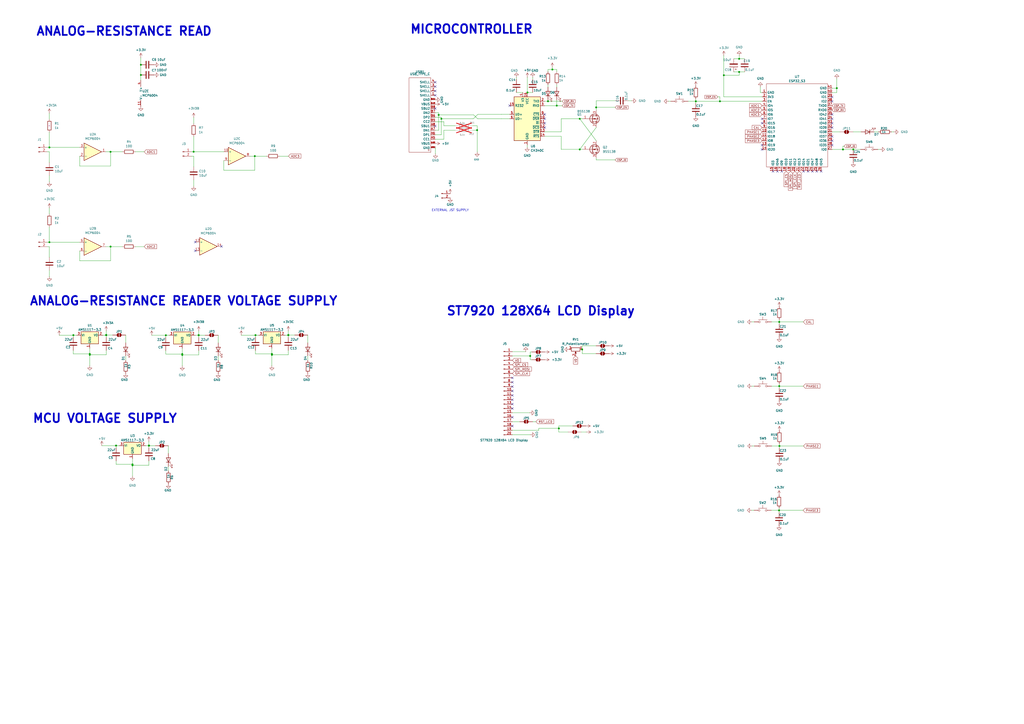
<source format=kicad_sch>
(kicad_sch (version 20250114) (generator "eeschema") (generator_version "9.0")
  (paper "A2")
  (text "MCU VOLTAGE SUPPLY\n" (at 18.6426 245.7457 0) (effects (font (size 5 5) (thickness 1) (bold yes)) (justify left bottom)))
  (text "MICROCONTROLLER" (at 237.6072 19.9636 0) (effects (font (size 5 5) (thickness 1) (bold yes)) (justify left bottom)))
  (text "ANALOG-RESISTANCE READ" (at 20.7516 21.1671 0) (effects (font (size 5 5) (thickness 1) (bold yes)) (justify left bottom)))
  (text "ST7920 128X64 LCD Display" (at 258.7506 183.4294 0) (effects (font (size 5 5) (thickness 1) (bold yes)) (justify left bottom)))
  (text "EXTERNAL JST SUPPLY" (at 261.1824 122.0685 0) (effects (font (size 1.27 1.27))))
  (text "ANALOG-RESISTANCE READER VOLTAGE SUPPLY\n" (at 16.9558 177.6366 0) (effects (font (size 5 5) (thickness 1) (bold yes)) (justify left bottom)))
  (junction (at 452.0271 223.9769))
  (junction (at 322.9599 61.2742))
  (junction (at 276.7714 75.4968))
  (junction (at 76.8608 269.3958))
  (junction (at 157.7232 205.8383))
  (junction (at 61.6005 194.3452))
  (junction (at 167.2482 194.4083))
  (junction (at 115.2609 194.4714))
  (junction (at 167.2482 194.3452))
  (junction (at 147.8004 90.5628))
  (junction (at 485.4125 51.1354))
  (junction (at 105.7359 205.3813))
  (junction (at 64.1269 88.0576))
  (junction (at 452.0271 186.7427))
  (junction (at 452.1272 258.7088))
  (junction (at 305.9419 53.6542))
  (junction (at 254.4662 66.6699))
  (junction (at 419.8827 43.6376))
  (junction (at 336.2949 86.6742))
  (junction (at 320.4199 40.3192))
  (junction (at 451.927 296.0431))
  (junction (at 81.7157 43.479))
  (junction (at 61.6005 194.4083))
  (junction (at 157.7232 205.3182))
  (junction (at 417.6112 58.7554))
  (junction (at 81.7157 37.5732))
  (junction (at 345.8199 62.2902))
  (junction (at 28.6524 140.4991))
  (junction (at 428.7727 34.1126))
  (junction (at 337.7182 202.6966))
  (junction (at 112.3218 88.0228))
  (junction (at 256.0178 68.9038))
  (junction (at 148.1982 194.4083))
  (junction (at 428.7727 41.7326))
  (junction (at 403.6412 58.7554))
  (junction (at 76.8608 269.9159))
  (junction (at 96.2109 194.4714))
  (junction (at 324.1896 248.4999))
  (junction (at 28.6483 85.5176))
  (junction (at 86.3858 258.5314))
  (junction (at 307.5587 206.486))
  (junction (at 86.3858 258.4859))
  (junction (at 488.9926 86.6954))
  (junction (at 67.3358 258.4859))
  (junction (at 42.5505 194.4083))
  (junction (at 64.131 143.0391))
  (junction (at 105.7359 205.9014))
  (junction (at 52.0755 205.8383))
  (junction (at 317.8799 58.7342))
  (junction (at 115.2609 194.4083))
  (junction (at 336.2949 68.8942))
  (junction (at 52.0755 205.3182))
  (junction (at 494.989 86.6954))
  (no_connect (at 468.7307 99.3954))
  (no_connect (at 113.2749 145.4852))
  (no_connect (at 252.4913 50.2324))
  (no_connect (at 471.2707 99.3954))
  (no_connect (at 113.2749 140.4052))
  (no_connect (at 482.7007 66.3754))
  (no_connect (at 128.5149 142.9452))
  (no_connect (at 252.4913 52.7724))
  (no_connect (at 482.7007 58.7554))
  (no_connect (at 448.4107 99.3954))
  (no_connect (at 295.6549 61.2742))
  (no_connect (at 482.7007 71.4554))
  (no_connect (at 297.2478 242.046))
  (no_connect (at 297.2478 219.186))
  (no_connect (at 450.9507 99.3954))
  (no_connect (at 297.2478 229.346))
  (no_connect (at 297.2478 236.966))
  (no_connect (at 473.8107 99.3954))
  (no_connect (at 297.2478 226.806))
  (no_connect (at 482.7007 81.6154))
  (no_connect (at 252.4913 73.0924))
  (no_connect (at 482.7007 79.0754))
  (no_connect (at 297.2478 247.126))
  (no_connect (at 453.4907 99.3954))
  (no_connect (at 315.9749 66.3542))
  (no_connect (at 315.9749 71.4342))
  (no_connect (at 442.0607 68.9154))
  (no_connect (at 315.9749 68.8942))
  (no_connect (at 297.2478 234.426))
  (no_connect (at 466.1907 99.3954))
  (no_connect (at 482.7007 84.1554))
  (no_connect (at 482.7007 56.2154))
  (no_connect (at 442.0607 71.4554))
  (no_connect (at 315.9749 73.9742))
  (no_connect (at 297.2478 221.726))
  (no_connect (at 442.0607 86.6954))
  (no_connect (at 252.4913 55.3124))
  (no_connect (at 297.2478 231.886))
  (no_connect (at 442.0607 84.1554))
  (no_connect (at 482.7007 73.9954))
  (no_connect (at 476.3507 99.3954))
  (no_connect (at 252.4913 62.9324))
  (no_connect (at 297.2478 224.266))
  (no_connect (at 252.4913 47.6924))
  (no_connect (at 482.7007 68.9154))
  (wire (pts (xy 167.2482 203.2983) (xy 167.2482 205.8383)))
  (wire (pts (xy 297.2478 249.666) (xy 312.543 249.666)))
  (wire (pts (xy 325.4999 86.6742) (xy 336.2949 86.6742)))
  (wire (pts (xy 417.6112 56.2154) (xy 417.6112 58.7554)))
  (wire (pts (xy 28.6483 85.5176) (xy 27.3982 85.5176)))
  (wire (pts (xy 112.3218 88.0228) (xy 111.0717 88.0228)))
  (wire (pts (xy 290.8785 68.9216) (xy 277.0563 68.9216)))
  (wire (pts (xy 256.0178 68.9038) (xy 256.0178 68.0124)))
  (wire (pts (xy 315.9749 58.7342) (xy 317.8799 58.7342)))
  (wire (pts (xy 399.1962 58.7554) (xy 403.6412 58.7554)))
  (wire (pts (xy 28.6524 120.6078) (xy 28.6524 124.0799)))
  (wire (pts (xy 428.7727 41.7326) (xy 431.9477 41.7326)))
  (wire (pts (xy 112.3218 90.5628) (xy 111.0717 90.5628)))
  (wire (pts (xy 96.2109 205.3813) (xy 105.7359 205.3813)))
  (wire (pts (xy 290.8785 66.3542) (xy 290.8785 66.3816)))
  (wire (pts (xy 42.5505 203.2983) (xy 42.5505 205.3182)))
  (wire (pts (xy 64.131 151.2846) (xy 64.131 143.0391)))
  (wire (pts (xy 256.0178 68.9038) (xy 256.0178 78.1724)))
  (wire (pts (xy 308.9899 53.6542) (xy 305.9419 53.6542)))
  (wire (pts (xy 64.1269 88.0576) (xy 70.9461 88.0576)))
  (wire (pts (xy 252.6019 89.2142) (xy 252.6019 85.7924)))
  (wire (pts (xy 254.4694 66.6667) (xy 254.4662 66.6699)))
  (wire (pts (xy 277.0563 68.9216) (xy 274.8014 66.6667)))
  (wire (pts (xy 436.2522 258.7088) (xy 437.5222 258.7088)))
  (wire (pts (xy 72.9205 194.3452) (xy 72.9205 198.812)))
  (wire (pts (xy 494.8735 76.5354) (xy 499.4338 76.5354)))
  (wire (pts (xy 274.2314 72.9568) (xy 276.7714 72.9568)) (stroke (width 0.1524)))
  (wire (pts (xy 489.6276 84.7904) (xy 488.9926 84.7904)))
  (wire (pts (xy 290.8785 66.3816) (xy 277.1172 66.3816)))
  (wire (pts (xy 452.0271 186.7427) (xy 452.0271 188.0127)))
  (wire (pts (xy 126.5809 194.4083) (xy 126.5809 198.8751)))
  (wire (pts (xy 61.6005 191.8683) (xy 61.6005 194.3452)))
  (wire (pts (xy 488.9926 84.7904) (xy 488.9926 86.6954)))
  (wire (pts (xy 451.927 296.0431) (xy 451.927 297.3131)))
  (wire (pts (xy 97.7058 270.6182) (xy 97.7058 273.1582)))
  (wire (pts (xy 118.9609 194.4083) (xy 115.2609 194.4083)))
  (wire (pts (xy 517.2138 76.5354) (xy 518.4838 76.5354)))
  (wire (pts (xy 81.7157 33.4192) (xy 81.7157 37.5732)))
  (wire (pts (xy 112.3218 96.7344) (xy 112.3218 90.5628)))
  (wire (pts (xy 419.8827 56.2154) (xy 419.8827 43.6376)))
  (wire (pts (xy 254.4662 65.4724) (xy 254.4662 66.6699)))
  (wire (pts (xy 299.5919 44.7642) (xy 299.5919 46.0342)))
  (wire (pts (xy 345.8199 73.9742) (xy 336.2949 86.6742)))
  (wire (pts (xy 482.7007 51.1354) (xy 485.4125 51.1354)))
  (wire (pts (xy 148.1982 205.3182) (xy 157.7232 205.3182)))
  (wire (pts (xy 59.0808 258.4859) (xy 67.3358 258.4859)))
  (wire (pts (xy 345.7202 205.0975) (xy 337.7182 205.0975)))
  (wire (pts (xy 345.8199 92.7702) (xy 356.8689 92.7702)))
  (wire (pts (xy 28.6524 140.4991) (xy 27.4023 140.4991)))
  (wire (pts (xy 428.7727 34.1126) (xy 431.9477 34.1126)))
  (wire (pts (xy 167.2482 205.8383) (xy 157.7232 205.8383)))
  (wire (pts (xy 112.3218 68.1315) (xy 112.3218 71.6036)))
  (wire (pts (xy 42.5505 194.4083) (xy 44.4555 194.4083)))
  (wire (pts (xy 115.2609 194.4714) (xy 115.2609 195.7414)))
  (wire (pts (xy 252.4913 70.5524) (xy 257.5149 70.5524)))
  (wire (pts (xy 61.6005 194.3452) (xy 61.6005 194.4083)))
  (wire (pts (xy 254.4662 66.6699) (xy 254.4662 75.6324)))
  (wire (pts (xy 317.8799 40.3192) (xy 320.4199 40.3192)))
  (wire (pts (xy 148.1982 194.4083) (xy 150.1032 194.4083)))
  (wire (pts (xy 276.7714 75.4968) (xy 276.7714 88.1968)) (stroke (width 0.1524)))
  (wire (pts (xy 329.5364 250.6056) (xy 324.1896 250.6056)))
  (wire (pts (xy 52.0755 205.3182) (xy 52.0755 205.8383)))
  (wire (pts (xy 337.7182 205.0975) (xy 337.7182 202.6966)))
  (wire (pts (xy 436.1521 223.9769) (xy 437.4221 223.9769)))
  (wire (pts (xy 52.0755 202.0283) (xy 52.0755 205.3182)))
  (wire (pts (xy 46.1968 96.3031) (xy 64.1269 96.3031)))
  (wire (pts (xy 86.3858 258.5314) (xy 86.3858 259.7559)))
  (wire (pts (xy 276.7714 72.9568) (xy 276.7714 75.4968)) (stroke (width 0.1524)))
  (wire (pts (xy 115.2609 203.3614) (xy 115.2609 205.9014)))
  (wire (pts (xy 256.0178 68.0124) (xy 252.4913 68.0124)))
  (wire (pts (xy 452.0271 186.7427) (xy 465.9971 186.7427)))
  (wire (pts (xy 425.5977 41.7326) (xy 428.7727 41.7326)))
  (wire (pts (xy 147.8004 98.8083) (xy 147.8004 90.5628)))
  (wire (pts (xy 112.3531 104.3544) (xy 112.3531 108.0443)))
  (wire (pts (xy 452.1272 258.7088) (xy 466.0972 258.7088)))
  (wire (pts (xy 252.4913 78.1724) (xy 256.0178 78.1724)))
  (wire (pts (xy 86.3858 255.9459) (xy 86.3858 258.4859)))
  (wire (pts (xy 317.8799 41.5892) (xy 317.8799 40.3192)))
  (wire (pts (xy 364.4889 58.4802) (xy 366.3939 58.4802)))
  (wire (pts (xy 42.5505 205.3182) (xy 52.0755 205.3182)))
  (wire (pts (xy 97.7058 258.5314) (xy 97.7058 262.9982)))
  (wire (pts (xy 325.4999 68.8942) (xy 336.2949 68.8942)))
  (wire (pts (xy 148.1982 203.2983) (xy 148.1982 205.3182)))
  (wire (pts (xy 305.9419 44.7642) (xy 305.9419 53.6542)))
  (wire (pts (xy 307.6267 252.206) (xy 297.2478 252.206)))
  (wire (pts (xy 345.8199 58.4802) (xy 345.8199 62.2902)))
  (wire (pts (xy 129.8703 98.8083) (xy 147.8004 98.8083)))
  (wire (pts (xy 452.0271 185.4727) (xy 452.0271 186.7427)))
  (wire (pts (xy 28.6837 156.8307) (xy 28.6837 160.5206)))
  (wire (pts (xy 61.6005 205.8383) (xy 52.0755 205.8383)))
  (wire (pts (xy 451.927 294.7731) (xy 451.927 296.0431)))
  (wire (pts (xy 299.5919 53.6542) (xy 303.2749 53.6542)))
  (wire (pts (xy 452.0271 223.9769) (xy 465.9971 223.9769)))
  (wire (pts (xy 115.2609 194.4083) (xy 115.2609 194.4714)))
  (wire (pts (xy 325.4999 79.0542) (xy 325.4999 86.6742)))
  (wire (pts (xy 46.2009 151.2846) (xy 64.131 151.2846)))
  (wire (pts (xy 485.4125 53.6754) (xy 482.7007 53.6754)))
  (wire (pts (xy 46.2009 145.5791) (xy 46.2009 151.2846)))
  (wire (pts (xy 315.9749 76.5142) (xy 325.4999 76.5142)))
  (wire (pts (xy 447.482 296.0431) (xy 451.927 296.0431)))
  (wire (pts (xy 325.4999 68.8942) (xy 325.4999 76.5142)))
  (wire (pts (xy 274.2314 75.4968) (xy 276.7714 75.4968)) (stroke (width 0.1524)))
  (wire (pts (xy 332.2204 247.0987) (xy 324.1896 247.0987)))
  (wire (pts (xy 257.5149 75.4968) (xy 264.0714 75.4968)))
  (wire (pts (xy 61.6005 203.2983) (xy 61.6005 205.8383)))
  (wire (pts (xy 148.1982 194.4083) (xy 148.1982 195.6783)))
  (wire (pts (xy 61.6005 194.4083) (xy 61.6005 195.6783)))
  (wire (pts (xy 436.052 296.0431) (xy 437.322 296.0431)))
  (wire (pts (xy 170.9482 194.3452) (xy 167.2482 194.3452)))
  (wire (pts (xy 67.3358 269.3958) (xy 76.8608 269.3958)))
  (wire (pts (xy 322.9599 40.3192) (xy 322.9599 41.5892)))
  (wire (pts (xy 167.2482 194.4083) (xy 167.2482 195.6783)))
  (wire (pts (xy 320.4199 40.3192) (xy 322.9599 40.3192)))
  (wire (pts (xy 28.6524 143.0391) (xy 27.4023 143.0391)))
  (wire (pts (xy 28.6483 88.0576) (xy 27.3982 88.0576)))
  (wire (pts (xy 317.8799 58.7342) (xy 326.1349 58.7342)))
  (wire (pts (xy 96.2109 194.4714) (xy 98.1159 194.4714)))
  (wire (pts (xy 417.6112 58.7554) (xy 442.0607 58.7554)))
  (wire (pts (xy 277.1172 66.3816) (xy 274.5833 68.9155)))
  (wire (pts (xy 28.6837 149.2107) (xy 28.6524 149.2107)))
  (wire (pts (xy 28.6483 94.2292) (xy 28.6483 88.0576)))
  (wire (pts (xy 428.7727 43.6376) (xy 419.8827 43.6376)))
  (wire (pts (xy 76.8608 266.1059) (xy 76.8608 269.3958)))
  (wire (pts (xy 452.0271 223.9769) (xy 452.0271 225.2469)))
  (wire (pts (xy 257.5149 72.9568) (xy 264.0714 72.9568)))
  (wire (pts (xy 28.6483 65.6263) (xy 28.6483 69.0984)))
  (wire (pts (xy 105.7359 202.0914) (xy 105.7359 205.3813)))
  (wire (pts (xy 403.6412 57.4854) (xy 403.6412 58.7554)))
  (wire (pts (xy 76.8608 269.3958) (xy 76.8608 269.9159)))
  (wire (pts (xy 28.6483 76.7184) (xy 28.6483 85.5176)))
  (wire (pts (xy 61.4409 143.0391) (xy 64.131 143.0391)))
  (wire (pts (xy 447.5821 186.7427) (xy 452.0271 186.7427)))
  (wire (pts (xy 297.2478 203.946) (xy 305.0063 203.946)))
  (wire (pts (xy 67.3358 267.3759) (xy 67.3358 269.3958)))
  (wire (pts (xy 42.5505 194.4083) (xy 42.5505 195.6783)))
  (wire (pts (xy 113.3559 194.4714) (xy 115.2609 194.4714)))
  (wire (pts (xy 64.131 143.0391) (xy 70.9502 143.0391)))
  (wire (pts (xy 428.7727 41.7326) (xy 428.7727 43.6376)))
  (wire (pts (xy 28.6796 94.2292) (xy 28.6483 94.2292)))
  (wire (pts (xy 441.1097 50.3826) (xy 441.1097 53.6754)))
  (wire (pts (xy 436.1521 186.7427) (xy 437.4221 186.7427)))
  (wire (pts (xy 315.9749 61.2742) (xy 322.9599 61.2742)))
  (wire (pts (xy 86.3858 267.3759) (xy 86.3858 269.9159)))
  (wire (pts (xy 308.3843 204.1795) (xy 307.5587 204.1795)))
  (wire (pts (xy 67.3358 258.4859) (xy 67.3358 259.7559)))
  (wire (pts (xy 81.7157 43.479) (xy 81.7157 46.4913)))
  (wire (pts (xy 112.3218 88.0228) (xy 129.8703 88.0228)))
  (wire (pts (xy 78.5661 88.0576) (xy 83.6574 88.0576)))
  (wire (pts (xy 96.2109 194.4714) (xy 96.2109 195.7414)))
  (wire (pts (xy 305.9419 53.6542) (xy 305.8149 53.6542)))
  (wire (pts (xy 295.6549 66.3542) (xy 290.8785 66.3542)))
  (wire (pts (xy 416.3412 56.2154) (xy 417.6112 56.2154)))
  (wire (pts (xy 78.5702 143.0391) (xy 83.6615 143.0391)))
  (wire (pts (xy 252.6019 85.7924) (xy 252.4913 85.7924)))
  (wire (pts (xy 257.5149 80.7124) (xy 257.5149 75.4968)))
  (wire (pts (xy 305.8149 84.1342) (xy 305.8149 85.4042)))
  (wire (pts (xy 312.543 249.666) (xy 312.543 248.4999)))
  (wire (pts (xy 290.8785 68.8942) (xy 290.8785 68.9216)))
  (wire (pts (xy 87.9559 194.4714) (xy 96.2109 194.4714)))
  (wire (pts (xy 96.2109 203.3614) (xy 96.2109 205.3813)))
  (wire (pts (xy 165.3432 194.4083) (xy 167.2482 194.4083)))
  (wire (pts (xy 425.5977 34.1126) (xy 428.7727 34.1126)))
  (wire (pts (xy 322.9599 58.0992) (xy 322.9599 61.2742)))
  (wire (pts (xy 322.9599 61.2742) (xy 326.1349 61.2742)))
  (wire (pts (xy 126.5809 206.4951) (xy 126.5809 209.0351)))
  (wire (pts (xy 274.8014 66.6667) (xy 254.4694 66.6667)))
  (wire (pts (xy 115.2609 191.9314) (xy 115.2609 194.4083)))
  (wire (pts (xy 485.4125 45.6644) (xy 485.4125 51.1354)))
  (wire (pts (xy 447.6822 258.7088) (xy 452.1272 258.7088)))
  (wire (pts (xy 28.6524 149.2107) (xy 28.6524 143.0391)))
  (wire (pts (xy 499.1526 86.6954) (xy 494.989 86.6954)))
  (wire (pts (xy 317.8799 49.2092) (xy 317.8799 50.4792)))
  (wire (pts (xy 28.6524 140.4991) (xy 46.2009 140.4991)))
  (wire (pts (xy 105.7359 205.9014) (xy 105.7359 212.2514)))
  (wire (pts (xy 451.927 296.0431) (xy 465.897 296.0431)))
  (wire (pts (xy 452.1272 258.7088) (xy 452.1272 259.9788)))
  (wire (pts (xy 252.4913 75.6324) (xy 254.4662 75.6324)))
  (wire (pts (xy 452.0271 222.7069) (xy 452.0271 223.9769)))
  (wire (pts (xy 28.6524 131.6999) (xy 28.6524 140.4991)))
  (wire (pts (xy 129.8703 93.1028) (xy 129.8703 98.8083)))
  (wire (pts (xy 112.3218 79.2236) (xy 112.3218 88.0228)))
  (wire (pts (xy 307.5587 208.6281) (xy 308.3555 208.6281)))
  (wire (pts (xy 256.0295 68.9155) (xy 256.0178 68.9038)))
  (wire (pts (xy 322.9599 49.2092) (xy 322.9599 50.4792)))
  (wire (pts (xy 507.0538 76.5354) (xy 509.5938 76.5354)))
  (wire (pts (xy 320.4199 39.0492) (xy 320.4199 40.3192)))
  (wire (pts (xy 345.8199 92.7702) (xy 345.8199 91.7542)))
  (wire (pts (xy 441.1097 53.6754) (xy 442.0607 53.6754)))
  (wire (pts (xy 61.4368 88.0576) (xy 64.1269 88.0576)))
  (wire (pts (xy 510.5826 86.6954) (xy 509.3126 86.6954)))
  (wire (pts (xy 274.5833 68.9155) (xy 256.0295 68.9155)))
  (wire (pts (xy 312.543 248.4999) (xy 324.1896 248.4999)))
  (wire (pts (xy 254.4662 65.4724) (xy 252.4913 65.4724)))
  (wire (pts (xy 387.7662 58.7554) (xy 389.0362 58.7554)))
  (wire (pts (xy 84.4808 258.4859) (xy 86.3858 258.4859)))
  (wire (pts (xy 28.6483 85.5176) (xy 46.1968 85.5176)))
  (wire (pts (xy 337.1564 250.6056) (xy 340.1005 250.6056)))
  (wire (pts (xy 46.1968 90.5976) (xy 46.1968 96.3031)))
  (wire (pts (xy 28.6796 101.8492) (xy 28.6796 105.5391)))
  (wire (pts (xy 67.3358 258.4859) (xy 69.2408 258.4859)))
  (wire (pts (xy 72.9205 206.432) (xy 72.9205 208.972)))
  (wire (pts (xy 64.1269 96.3031) (xy 64.1269 88.0576)))
  (wire (pts (xy 162.2396 90.5628) (xy 167.3309 90.5628)))
  (wire (pts (xy 307.5587 204.1795) (xy 307.5587 206.486)))
  (wire (pts (xy 52.0755 205.8383) (xy 52.0755 212.1883)))
  (wire (pts (xy 295.6549 68.8942) (xy 290.8785 68.8942)))
  (wire (pts (xy 307.5587 208.6281) (xy 307.5587 206.486)))
  (wire (pts (xy 86.3858 269.9159) (xy 76.8608 269.9159)))
  (wire (pts (xy 81.7157 37.5732) (xy 81.7157 43.479)))
  (wire (pts (xy 34.2955 194.4083) (xy 42.5505 194.4083)))
  (wire (pts (xy 297.2478 244.586) (xy 301.4221 244.586)))
  (wire (pts (xy 442.0607 56.2154) (xy 419.8827 56.2154)))
  (wire (pts (xy 86.3858 258.4859) (xy 86.3858 258.5314)))
  (wire (pts (xy 356.8689 58.4802) (xy 345.8199 58.4802)))
  (wire (pts (xy 139.9432 194.4083) (xy 148.1982 194.4083)))
  (wire (pts (xy 336.2949 86.6742) (xy 338.1999 86.6742)))
  (wire (pts (xy 337.7182 200.6489) (xy 337.7182 202.6966)))
  (wire (pts (xy 115.2609 205.9014) (xy 105.7359 205.9014)))
  (wire (pts (xy 167.2482 191.8683) (xy 167.2482 194.3452)))
  (wire (pts (xy 345.8199 62.2902) (xy 345.8199 63.8142)))
  (wire (pts (xy 145.1103 90.5628) (xy 147.8004 90.5628)))
  (wire (pts (xy 345.8199 62.2902) (xy 356.8689 62.2902)))
  (wire (pts (xy 317.8799 58.0992) (xy 317.8799 58.7342)))
  (wire (pts (xy 309.0421 244.586) (xy 310.8814 244.586)))
  (wire (pts (xy 252.4913 80.7124) (xy 257.5149 80.7124)))
  (wire (pts (xy 59.6955 194.4083) (xy 61.6005 194.4083)))
  (wire (pts (xy 403.6412 58.7554) (xy 403.6412 60.0254)))
  (wire (pts (xy 324.1896 248.4999) (xy 324.1896 247.0987)))
  (wire (pts (xy 157.7232 205.3182) (xy 157.7232 205.8383)))
  (wire (pts (xy 167.2482 194.3452) (xy 167.2482 194.4083)))
  (wire (pts (xy 90.0858 258.5314) (xy 86.3858 258.5314)))
  (wire (pts (xy 428.7727 32.2076) (xy 428.7727 34.1126)))
  (wire (pts (xy 157.7232 205.8383) (xy 157.7232 212.1883)))
  (wire (pts (xy 345.8199 81.5942) (xy 336.2949 68.8942)))
  (wire (pts (xy 105.7359 205.3813) (xy 105.7359 205.9014)))
  (wire (pts (xy 76.8608 269.9159) (xy 76.8608 276.2659)))
  (wire (pts (xy 147.8004 90.5628) (xy 154.6196 90.5628)))
  (wire (pts (xy 307.3112 239.506) (xy 297.2478 239.506)))
  (wire (pts (xy 324.1896 250.6056) (xy 324.1896 248.4999)))
  (wire (pts (xy 178.5682 194.3452) (xy 178.5682 198.812)))
  (wire (pts (xy 178.5682 206.432) (xy 178.5682 208.972)))
  (wire (pts (xy 315.9749 79.0542) (xy 325.4999 79.0542)))
  (wire (pts (xy 65.3005 194.3452) (xy 61.6005 194.3452)))
  (wire (pts (xy 336.2949 68.8942) (xy 338.1999 68.8942)))
  (wire (pts (xy 482.7007 86.6954) (xy 488.9926 86.6954)))
  (wire (pts (xy 485.4125 51.1354) (xy 485.4125 53.6754)))
  (wire (pts (xy 452.1272 257.4388) (xy 452.1272 258.7088)))
  (wire (pts (xy 297.2478 206.486) (xy 307.5587 206.486)))
  (wire (pts (xy 308.9899 46.0342) (xy 308.9899 44.7642)))
  (wire (pts (xy 112.3531 96.7344) (xy 112.3218 96.7344)))
  (wire (pts (xy 494.989 86.6954) (xy 488.9926 86.6954)))
  (wire (pts (xy 157.7232 202.0283) (xy 157.7232 205.3182)))
  (wire (pts (xy 257.5149 70.5524) (xy 257.5149 72.9568)))
  (wire (pts (xy 403.6412 58.7554) (xy 417.6112 58.7554)))
  (wire (pts (xy 447.5821 223.9769) (xy 452.0271 223.9769)))
  (wire (pts (xy 345.749 200.6489) (xy 337.7182 200.6489)))
  (wire (pts (xy 482.7007 76.5354) (xy 487.2535 76.5354)))
  (wire (pts (xy 419.8827 32.2076) (xy 419.8827 43.6376)))
  (global_label "ADC2" (shape input) (at 83.6615 143.0391 0) (property "Intersheetrefs" "${INTERSHEET_REFS}" (effects (hide yes))))
  (global_label "SPI_CS" (shape input) (at 297.2478 211.566 0) (property "Intersheetrefs" "${INTERSHEET_REFS}" (effects (hide yes))))
  (global_label "SPI_CLK" (shape input) (at 461.1107 99.3954 270) (property "Intersheetrefs" "${INTERSHEET_REFS}" (effects (hide yes))))
  (global_label "ESP_RX" (shape input) (at 482.7007 63.8354 0) (effects (font (size 1 1))) (property "Intersheetrefs" "${INTERSHEET_REFS}" (effects (hide yes))))
  (global_label "ESP_EN" (shape input) (at 356.8689 62.2902 0) (effects (font (size 1 1))) (property "Intersheetrefs" "${INTERSHEET_REFS}" (effects (hide yes))))
  (global_label "ESP_EN" (shape input) (at 416.3412 56.2154 180) (effects (font (size 1 1))) (property "Intersheetrefs" "${INTERSHEET_REFS}" (effects (hide yes))))
  (global_label "RST_LCD" (shape input) (at 310.8814 244.586 0) (property "Intersheetrefs" "${INTERSHEET_REFS}" (effects (hide yes))))
  (global_label "ADC3" (shape input) (at 167.3309 90.5628 0) (property "Intersheetrefs" "${INTERSHEET_REFS}" (effects (hide yes))))
  (global_label "V0" (shape input) (at 333.9082 206.5066 270) (property "Intersheetrefs" "${INTERSHEET_REFS}" (effects (hide yes))))
  (global_label "ESP_RX" (shape input) (at 326.1349 58.7342 0) (effects (font (size 1 1))) (property "Intersheetrefs" "${INTERSHEET_REFS}" (effects (hide yes))))
  (global_label "CAL" (shape input) (at 465.9971 186.7427 0) (property "Intersheetrefs" "${INTERSHEET_REFS}" (effects (hide yes))))
  (global_label "PHASE1" (shape input) (at 465.9971 223.9769 0) (property "Intersheetrefs" "${INTERSHEET_REFS}" (effects (hide yes))))
  (global_label "PHASE1" (shape input) (at 442.0607 76.5354 180) (property "Intersheetrefs" "${INTERSHEET_REFS}" (effects (hide yes))))
  (global_label "PHASE3" (shape input) (at 465.897 296.0431 0) (property "Intersheetrefs" "${INTERSHEET_REFS}" (effects (hide yes))))
  (global_label "ADC1" (shape input) (at 83.6574 88.0576 0) (property "Intersheetrefs" "${INTERSHEET_REFS}" (effects (hide yes))))
  (global_label "ADC2" (shape input) (at 442.0607 63.8354 180) (property "Intersheetrefs" "${INTERSHEET_REFS}" (effects (hide yes))))
  (global_label "PHASE2" (shape input) (at 442.0607 79.0754 180) (property "Intersheetrefs" "${INTERSHEET_REFS}" (effects (hide yes))))
  (global_label "CAL" (shape input) (at 442.0607 73.9954 180) (property "Intersheetrefs" "${INTERSHEET_REFS}" (effects (hide yes))))
  (global_label "RST_LCD" (shape input) (at 463.6507 99.3954 270) (property "Intersheetrefs" "${INTERSHEET_REFS}" (effects (hide yes))))
  (global_label "SPI_MOSI" (shape input) (at 297.2478 214.106 0) (property "Intersheetrefs" "${INTERSHEET_REFS}" (effects (hide yes))))
  (global_label "SPI_CLK" (shape input) (at 297.2478 216.646 0) (property "Intersheetrefs" "${INTERSHEET_REFS}" (effects (hide yes))))
  (global_label "V0" (shape input) (at 297.2478 209.026 0) (property "Intersheetrefs" "${INTERSHEET_REFS}" (effects (hide yes))))
  (global_label "ESP_TX" (shape input) (at 326.1349 61.2742 0) (effects (font (size 1 1))) (property "Intersheetrefs" "${INTERSHEET_REFS}" (effects (hide yes))))
  (global_label "ESP_I0" (shape input) (at 489.6276 84.7904 0) (effects (font (size 1 1))) (property "Intersheetrefs" "${INTERSHEET_REFS}" (effects (hide yes))))
  (global_label "ESP_TX" (shape input) (at 482.7007 61.2954 0) (effects (font (size 1 1))) (property "Intersheetrefs" "${INTERSHEET_REFS}" (effects (hide yes))))
  (global_label "SPI_MOSI" (shape input) (at 458.5707 99.3954 270) (property "Intersheetrefs" "${INTERSHEET_REFS}" (effects (hide yes))))
  (global_label "ADC1" (shape input) (at 442.0607 61.2954 180) (property "Intersheetrefs" "${INTERSHEET_REFS}" (effects (hide yes))))
  (global_label "PHASE2" (shape input) (at 466.0972 258.7088 0) (property "Intersheetrefs" "${INTERSHEET_REFS}" (effects (hide yes))))
  (global_label "SPI_CS" (shape input) (at 456.0307 99.3954 270) (property "Intersheetrefs" "${INTERSHEET_REFS}" (effects (hide yes))))
  (global_label "ADC3" (shape input) (at 442.0607 66.3754 180) (property "Intersheetrefs" "${INTERSHEET_REFS}" (effects (hide yes))))
  (global_label "PHASE3" (shape input) (at 442.0607 81.6154 180) (property "Intersheetrefs" "${INTERSHEET_REFS}" (effects (hide yes))))
  (global_label "ESP_I0" (shape input) (at 356.8689 92.7702 0) (effects (font (size 1 1))) (property "Intersheetrefs" "${INTERSHEET_REFS}" (effects (hide yes))))
  (symbol (lib_id "Jumper:SolderJumper_2_Open") (at 349.5302 205.0975 0) (unit 1)
    (property "Reference" "JP9" (at 349.5302 203.0655 0))
    (property "Value" "SolderJumper_2_Open" (effects (hide yes)))
    (property "Footprint" "Jumper:SolderJumper-2_P1.3mm_Open_RoundedPad1.0x1.5mm" (effects (hide yes)))
    (property "Description" "Solder Jumper, 2-pole, open" (effects (hide yes)))
  )
  (symbol (lib_id "power:GND") (at 28.6796 105.5391 0) (unit 1)
    (property "Reference" "#PWR03" (effects (hide yes)))
    (property "Value" "GND" (at 28.6796 110.5576 0))
    (property "Description" "Power symbol creates a global label with name \"GND\" , ground" (effects (hide yes)))
  )
  (symbol (lib_id "Jumper:SolderJumper_2_Open") (at 491.0635 76.5354 0) (unit 1)
    (property "Reference" "JP11" (at 491.0635 74.5034 0))
    (property "Value" "SolderJumper_2_Open" (effects (hide yes)))
    (property "Footprint" "Jumper:SolderJumper-2_P1.3mm_Open_RoundedPad1.0x1.5mm" (effects (hide yes)))
    (property "Description" "Solder Jumper, 2-pole, open" (effects (hide yes)))
  )
  (symbol (lib_id "power:+3.3V") (at 452.0271 215.0869 0) (unit 1)
    (property "Reference" "#PWR062" (effects (hide yes)))
    (property "Value" "+3.3V" (at 452.0271 210.6419 0))
  )
  (symbol (lib_id "Jumper:SolderJumper_2_Open") (at 349.559 200.6489 0) (unit 1)
    (property "Reference" "JP10" (at 349.559 198.6169 0))
    (property "Value" "SolderJumper_2_Open" (effects (hide yes)))
    (property "Footprint" "Jumper:SolderJumper-2_P1.3mm_Open_RoundedPad1.0x1.5mm" (effects (hide yes)))
    (property "Description" "Solder Jumper, 2-pole, open" (effects (hide yes)))
  )
  (symbol (lib_id "power:+3.3V") (at 452.1272 249.8188 0) (unit 1)
    (property "Reference" "#PWR064" (effects (hide yes)))
    (property "Value" "+3.3V" (at 452.1272 245.3738 0))
  )
  (symbol (lib_id "power:GND") (at 72.9205 216.592 0) (unit 1)
    (property "Reference" "#PWR09" (effects (hide yes)))
    (property "Value" "GND" (at 74.237 220.2955 0) (effects (justify right)))
    (property "Description" "Power symbol creates a global label with name \"GND\" , ground" (effects (hide yes)))
  )
  (symbol (lib_id "Amplifier_Operational:MCP6004") (at 84.2557 54.1113 0) (unit 5)
    (property "Reference" "U2" (at 82.5118 52.8412 0) (effects (justify left)))
    (property "Value" "MCP6004" (at 82.5118 55.3812 0) (effects (justify left)))
    (property "Footprint" "Package_SO:SOIC-14_3.9x8.7mm_P1.27mm" (effects (hide yes)))
    (property "Datasheet" "http://ww1.microchip.com/downloads/en/DeviceDoc/21733j.pdf" (effects (hide yes)))
    (property "Description" "1MHz, Low-Power Op Amp, DIP-14/SOIC-14/TSSOP-14" (effects (hide yes)))
    (property "LCSC" "C7378" (effects (hide yes)))
  )
  (symbol (lib_id "Device:C") (at 167.2482 199.4883 0) (mirror x) (unit 1)
    (property "Reference" "C13" (at 168.2642 202.0283 0) (effects (justify left)))
    (property "Value" "22uF" (at 168.5182 196.9483 0) (effects (justify left)))
    (property "Footprint" "Capacitor_SMD:C_0603_1608Metric" (effects (hide yes)))
    (property "LCSC" " C59461" (effects (hide yes)))
  )
  (symbol (lib_id "Jumper:SolderJumper_2_Open") (at 312.1655 208.6281 0) (unit 1)
    (property "Reference" "JP7" (at 312.1655 206.5961 0))
    (property "Value" "SolderJumper_2_Open" (effects (hide yes)))
    (property "Footprint" "Jumper:SolderJumper-2_P1.3mm_Open_RoundedPad1.0x1.5mm" (effects (hide yes)))
    (property "Description" "Solder Jumper, 2-pole, open" (effects (hide yes)))
  )
  (symbol (lib_id "Connector:Conn_01x20_Pin") (at 292.1678 226.806 0) (unit 1)
    (property "Reference" "J5" (at 292.8028 199.39 0))
    (property "Value" "ST7920 128X64 LCD Display" (at 292.391 255.3479 0))
    (property "Footprint" "footprint_motor:LCD-TH_HS12864-15C" (effects (hide yes)))
    (property "Description" "Generic connector, single row, 01x20, script generated" (effects (hide yes)))
  )
  (symbol (lib_id "Regulator_Linear:AMS1117-3.3") (at 52.0755 194.4083 0) (unit 1)
    (property "Reference" "U1" (at 52.0755 188.6933 0))
    (property "Value" "AMS1117-3.3" (at 52.0755 191.2333 0))
    (property "Footprint" "Package_TO_SOT_SMD:SOT-223-3_TabPin2" (effects (hide yes)))
    (property "Datasheet" "http://www.advanced-monolithic.com/pdf/ds1117.pdf" (effects (hide yes)))
    (property "LCSC" "C5199435" (effects (hide yes)))
  )
  (symbol (lib_name "+5V_1") (lib_id "power:+5V") (at 87.9559 194.4714 0) (unit 1)
    (property "Reference" "#PWR014" (effects (hide yes)))
    (property "Value" "+5V" (at 87.9559 190.4074 0))
    (property "Description" "Power symbol creates a global label with name \"+5V\"" (effects (hide yes)))
  )
  (symbol (lib_id "Switch:SW_Push") (at 504.2326 86.6954 0) (unit 1)
    (property "Reference" "SW6" (at 504.2326 82.2504 0))
    (property "Value" "SW_Push" (effects (hide yes)))
    (property "Footprint" "Button_Switch_SMD:SW_Tactile_SPST_NO_Straight_CK_PTS636Sx25SMTRLFS" (effects (hide yes)))
    (property "LCSC" "C2689642" (effects (hide yes)))
  )
  (symbol (lib_id "Device:C") (at 308.9899 49.8442 180) (unit 1)
    (property "Reference" "C15" (at 312.0379 47.5582 0) (effects (justify left)))
    (property "Value" "10uF" (at 314.3239 52.3842 0) (effects (justify left)))
    (property "Footprint" "Capacitor_SMD:C_0805_2012Metric_Pad1.18x1.45mm_HandSolder" (effects (hide yes)))
    (property "LCSC" "C15850" (effects (hide yes)))
  )
  (symbol (lib_id "Device:C") (at 452.0271 229.0569 180) (unit 1)
    (property "Reference" "C22" (at 456.0911 226.6439 0) (effects (justify left)))
    (property "Value" "0.1uF" (at 457.7421 231.5969 0) (effects (justify left)))
    (property "Footprint" "Capacitor_SMD:C_0805_2012Metric_Pad1.18x1.45mm_HandSolder" (effects (hide yes)))
    (property "LCSC" "C49678" (effects (hide yes)))
  )
  (symbol (lib_id "power:GND") (at 89.3357 37.5732 90) (unit 1)
    (property "Reference" "#PWR015" (effects (hide yes)))
    (property "Value" "GND" (at 92.5324 37.5731 90) (effects (justify right)))
    (property "Description" "Power symbol creates a global label with name \"GND\" , ground" (effects (hide yes)))
  )
  (symbol (lib_id "power:+5V") (at 353.369 200.6489 270) (mirror x) (unit 1)
    (property "Reference" "#PWR046" (effects (hide yes)))
    (property "Value" "+5V" (at 357.179 200.6489 90) (effects (justify left)))
    (property "Description" "Power symbol creates a global label with name \"+5V\"" (effects (hide yes)))
  )
  (symbol (lib_id "power:GND") (at 403.6412 67.6454 0) (unit 1)
    (property "Reference" "#PWR050" (effects (hide yes)))
    (property "Value" "GND" (at 403.6412 72.9794 0))
    (property "Description" "Power symbol creates a global label with name \"GND\" , ground" (effects (hide yes)))
  )
  (symbol (lib_id "Device:R") (at 28.6524 127.8899 0) (unit 1)
    (property "Reference" "R2" (at 31.5984 126.6198 0) (effects (justify left)))
    (property "Value" "1k" (at 31.5984 129.1598 0) (effects (justify left)))
    (property "Footprint" "Resistor_SMD:R_0805_2012Metric_Pad1.20x1.40mm_HandSolder" (effects (hide yes)))
    (property "Description" "Resistor" (effects (hide yes)))
    (property "LCSC" "C21190" (effects (hide yes)))
  )
  (symbol (lib_id "power:+3V3") (at 28.6524 120.6078 0) (unit 1)
    (property "Reference" "#PWR02" (effects (hide yes)))
    (property "Value" "+3V3C" (at 28.6524 115.4295 0))
    (property "Description" "Power symbol creates a global label with name \"+3V3\"" (effects (hide yes)))
  )
  (symbol (lib_id "Device:C") (at 299.5919 49.8442 180) (unit 1)
    (property "Reference" "C14" (at 299.0839 46.2882 0) (effects (justify left)))
    (property "Value" "0.1uF" (at 298.9569 52.3842 0) (effects (justify left)))
    (property "Footprint" "Capacitor_SMD:C_0805_2012Metric_Pad1.18x1.45mm_HandSolder" (effects (hide yes)))
    (property "LCSC" "C49678" (effects (hide yes)))
  )
  (symbol (lib_id "power:GND") (at 178.5682 216.592 0) (unit 1)
    (property "Reference" "#PWR026" (effects (hide yes)))
    (property "Value" "GND" (at 179.8847 220.2955 0) (effects (justify right)))
    (property "Description" "Power symbol creates a global label with name \"GND\" , ground" (effects (hide yes)))
  )
  (symbol (lib_id "power:GND") (at 97.7058 280.7782 0) (unit 1)
    (property "Reference" "#PWR017" (effects (hide yes)))
    (property "Value" "GND" (at 99.4373 284.4338 0) (effects (justify right)))
    (property "Description" "Power symbol creates a global label with name \"GND\" , ground" (effects (hide yes)))
  )
  (symbol (lib_id "power:GND") (at 52.0755 212.1883 0) (unit 1)
    (property "Reference" "#PWR06" (effects (hide yes)))
    (property "Value" "GND" (at 52.0755 217.5223 0))
    (property "Description" "Power symbol creates a global label with name \"GND\" , ground" (effects (hide yes)))
  )
  (symbol (lib_id "Jumper:SolderJumper_2_Open") (at 333.3464 250.6056 0) (unit 1)
    (property "Reference" "JP6" (at 334.3408 253.512 0))
    (property "Value" "SolderJumper_2_Open" (effects (hide yes)))
    (property "Footprint" "Jumper:SolderJumper-2_P1.3mm_Open_RoundedPad1.0x1.5mm" (effects (hide yes)))
    (property "Description" "Solder Jumper, 2-pole, open" (effects (hide yes)))
  )
  (symbol (lib_id "Device:LED") (at 97.7058 266.8082 90) (unit 1)
    (property "Reference" "D2" (at 96.2597 270.6182 0) (effects (justify right)))
    (property "Value" "LED" (effects (hide yes)))
    (property "Footprint" "LED_SMD:LED_0805_2012Metric_Pad1.15x1.40mm_HandSolder" (effects (hide yes)))
    (property "LCSC" "C2297" (effects (hide yes)))
  )
  (symbol (lib_id "Device:LED") (at 322.9599 54.2892 90) (unit 1)
    (property "Reference" "D6" (at 319.1499 53.6542 90) (effects (justify right)))
    (property "Value" "LED" (effects (hide yes)))
    (property "Footprint" "LED_SMD:LED_0805_2012Metric_Pad1.15x1.40mm_HandSolder" (effects (hide yes)))
    (property "LCSC" "C2297" (effects (hide yes)))
  )
  (symbol (lib_id "Device:C") (at 452.0271 191.8227 180) (unit 1)
    (property "Reference" "C21" (at 456.0911 189.4097 0) (effects (justify left)))
    (property "Value" "0.1uF" (at 457.7421 194.3627 0) (effects (justify left)))
    (property "Footprint" "Capacitor_SMD:C_0805_2012Metric_Pad1.18x1.45mm_HandSolder" (effects (hide yes)))
    (property "LCSC" "C49678" (effects (hide yes)))
  )
  (symbol (lib_id "picoclick_c3_v1.1-eagle-import:R0402") (at 269.1514 72.9568 0) (unit 1) (dnp yes)
    (property "Reference" "R11" (at 272.4918 71.7121 0) (effects (font (size 0.9 0.9)) (justify left bottom)))
    (property "Value" "5.1k" (at 266.5958 71.8333 0) (effects (font (size 0.9 0.9)) (justify left bottom)))
    (property "Footprint" "Resistor_SMD:R_0603_1608Metric_Pad0.98x0.95mm_HandSolder" (effects (hide yes)))
    (property "LCSC" "C103079" (effects (hide yes)))
  )
  (symbol (lib_id "Connector:Conn_01x02_Pin") (at 256.0822 112.3074 0) (unit 1)
    (property "Reference" "J4" (at 253.2857 113.7213 0))
    (property "Value" "Conn_01x02_Pin" (effects (hide yes)))
    (property "Footprint" "TerminalBlock:TerminalBlock_MaiXu_MX126-5.0-02P_1x02_P5.00mm" (effects (hide yes)))
    (property "Description" "Generic connector, single row, 01x02, script generated" (effects (hide yes)))
  )
  (symbol (lib_id "Regulator_Linear:AMS1117-3.3") (at 105.7359 194.4714 0) (unit 1)
    (property "Reference" "U4" (at 105.7359 188.7564 0))
    (property "Value" "AMS1117-3.3" (at 105.7359 191.2964 0))
    (property "Footprint" "Package_TO_SOT_SMD:SOT-223-3_TabPin2" (effects (hide yes)))
    (property "Datasheet" "http://www.advanced-monolithic.com/pdf/ds1117.pdf" (effects (hide yes)))
    (property "LCSC" "C5199435" (effects (hide yes)))
  )
  (symbol (lib_id "Device:C") (at 494.989 90.5054 180) (unit 1)
    (property "Reference" "C24" (at 499.053 88.0924 0) (effects (justify left)))
    (property "Value" "0.1uF" (at 500.704 93.0454 0) (effects (justify left)))
    (property "Footprint" "Capacitor_SMD:C_0805_2012Metric_Pad1.18x1.45mm_HandSolder" (effects (hide yes)))
    (property "LCSC" "C49678" (effects (hide yes)))
  )
  (symbol (lib_id "Regulator_Linear:AMS1117-3.3") (at 157.7232 194.4083 0) (unit 1)
    (property "Reference" "U5" (at 157.7232 188.6933 0))
    (property "Value" "AMS1117-3.3" (at 157.7232 191.2333 0))
    (property "Footprint" "Package_TO_SOT_SMD:SOT-223-3_TabPin2" (effects (hide yes)))
    (property "Datasheet" "http://www.advanced-monolithic.com/pdf/ds1117.pdf" (effects (hide yes)))
    (property "LCSC" "C5199435" (effects (hide yes)))
  )
  (symbol (lib_id "Device:C") (at 431.9477 37.9226 180) (unit 1)
    (property "Reference" "C19" (at 435.1227 35.3826 0) (effects (justify left)))
    (property "Value" "0.1uF" (at 437.6627 40.4626 0) (effects (justify left)))
    (property "Footprint" "Capacitor_SMD:C_0805_2012Metric_Pad1.18x1.45mm_HandSolder" (effects (hide yes)))
    (property "LCSC" "C49678" (effects (hide yes)))
  )
  (symbol (lib_id "Device:C") (at 86.3858 263.5659 0) (mirror x) (unit 1)
    (property "Reference" "C8" (at 87.4018 266.1059 0) (effects (justify left)))
    (property "Value" "22uF" (at 87.6558 261.0259 0) (effects (justify left)))
    (property "Footprint" "Capacitor_SMD:C_0603_1608Metric" (effects (hide yes)))
    (property "LCSC" " C59461" (effects (hide yes)))
  )
  (symbol (lib_id "power:+3.3V") (at 81.7157 33.4192 0) (unit 1)
    (property "Reference" "#PWR011" (effects (hide yes)))
    (property "Value" "+3.3V" (at 81.7157 28.9742 0))
  )
  (symbol (lib_id "Jumper:SolderJumper_2_Open") (at 312.1943 204.1795 0) (unit 1)
    (property "Reference" "JP8" (at 312.1943 202.1475 0))
    (property "Value" "SolderJumper_2_Open" (effects (hide yes)))
    (property "Footprint" "Jumper:SolderJumper-2_P1.3mm_Open_RoundedPad1.0x1.5mm" (effects (hide yes)))
    (property "Description" "Solder Jumper, 2-pole, open" (effects (hide yes)))
  )
  (symbol (lib_id "Device:R") (at 317.8799 45.3992 0) (unit 1)
    (property "Reference" "R13" (at 312.7999 44.2562 0) (effects (justify left)))
    (property "Value" "1k" (at 314.0699 46.6692 0) (effects (justify left)))
    (property "Footprint" "Resistor_SMD:R_0603_1608Metric_Pad0.98x0.95mm_HandSolder" (effects (hide yes)))
    (property "LCSC" "C21190" (effects (hide yes)))
  )
  (symbol (lib_id "Device:LED") (at 178.5682 202.622 90) (unit 1)
    (property "Reference" "D4" (at 177.1221 206.432 0) (effects (justify right)))
    (property "Value" "LED" (effects (hide yes)))
    (property "Footprint" "LED_SMD:LED_0805_2012Metric_Pad1.15x1.40mm_HandSolder" (effects (hide yes)))
    (property "LCSC" "C2297" (effects (hide yes)))
  )
  (symbol (lib_id "Device:C") (at 61.6005 199.4883 0) (mirror x) (unit 1)
    (property "Reference" "C4" (at 62.6165 202.0283 0) (effects (justify left)))
    (property "Value" "22uF" (at 62.8705 196.9483 0) (effects (justify left)))
    (property "Footprint" "Capacitor_SMD:C_0603_1608Metric" (effects (hide yes)))
    (property "LCSC" " C59461" (effects (hide yes)))
  )
  (symbol (lib_id "power:GND") (at 366.3939 58.4802 90) (unit 1)
    (property "Reference" "#PWR047" (effects (hide yes)))
    (property "Value" "GND" (at 370.4579 58.4801 90) (effects (justify right)))
    (property "Description" "Power symbol creates a global label with name \"GND\" , ground" (effects (hide yes)))
  )
  (symbol (lib_id "Device:R") (at 513.4038 76.5354 90) (unit 1)
    (property "Reference" "R20" (at 514.6738 74.5034 90) (effects (justify left)))
    (property "Value" "1k" (at 513.9118 76.5354 90) (effects (justify left)))
    (property "Footprint" "Resistor_SMD:R_0603_1608Metric_Pad0.98x0.95mm_HandSolder" (effects (hide yes)))
    (property "LCSC" "C21190" (effects (hide yes)))
  )
  (symbol (lib_id "Device:R") (at 28.6483 72.9084 0) (unit 1)
    (property "Reference" "R1" (at 31.5943 71.6383 0) (effects (justify left)))
    (property "Value" "1k" (at 31.5943 74.1783 0) (effects (justify left)))
    (property "Footprint" "Resistor_SMD:R_0805_2012Metric_Pad1.20x1.40mm_HandSolder" (effects (hide yes)))
    (property "Datasheet" "~" (at 28.6483 72.9084 0))
    (property "Description" "Resistor" (effects (hide yes)))
    (property "LCSC" "C21190" (effects (hide yes)))
  )
  (symbol (lib_id "Amplifier_Operational:MCP6004") (at 53.8168 88.0576 0) (unit 1)
    (property "Reference" "U2" (at 53.8168 77.8941 0))
    (property "Value" "MCP6004" (at 53.8168 80.4341 0))
    (property "Footprint" "Package_SO:SOIC-14_3.9x8.7mm_P1.27mm" (effects (hide yes)))
    (property "Datasheet" "http://ww1.microchip.com/downloads/en/DeviceDoc/21733j.pdf" (effects (hide yes)))
    (property "Description" "1MHz, Low-Power Op Amp, DIP-14/SOIC-14/TSSOP-14" (effects (hide yes)))
    (property "LCSC" "C7378" (effects (hide yes)))
  )
  (symbol (lib_id "power:+3V3") (at 167.2482 191.8683 0) (unit 1)
    (property "Reference" "#PWR025" (effects (hide yes)))
    (property "Value" "+3V3C" (at 167.2482 186.69 0))
    (property "Description" "Power symbol creates a global label with name \"+3V3\"" (effects (hide yes)))
  )
  (symbol (lib_name "+5V_1") (lib_id "power:+5V") (at 59.0808 258.4859 0) (unit 1)
    (property "Reference" "#PWR07" (effects (hide yes)))
    (property "Value" "+5V" (at 59.0808 254.4219 0))
    (property "Description" "Power symbol creates a global label with name \"+5V\"" (effects (hide yes)))
  )
  (symbol (lib_id "power:GND") (at 307.6267 252.206 90) (unit 1)
    (property "Reference" "#PWR038" (effects (hide yes)))
    (property "Value" "GND" (at 311.4367 252.206 0))
    (property "Description" "Power symbol creates a global label with name \"GND\" , ground" (effects (hide yes)))
  )
  (symbol (lib_id "power:GND") (at 81.7157 61.7313 0) (unit 1)
    (property "Reference" "#PWR012" (effects (hide yes)))
    (property "Value" "GND" (at 81.7157 66.7498 0))
    (property "Description" "Power symbol creates a global label with name \"GND\" , ground" (effects (hide yes)))
  )
  (symbol (lib_id "power:+5V") (at 252.4913 83.2524 270) (mirror x) (unit 1)
    (property "Reference" "#PWR029" (effects (hide yes)))
    (property "Value" "+5V" (at 256.3013 83.2524 90) (effects (justify left)))
    (property "Description" "Power symbol creates a global label with name \"+5V\"" (effects (hide yes)))
  )
  (symbol (lib_id "power:GND") (at 452.1272 267.5988 0) (unit 1)
    (property "Reference" "#PWR065" (effects (hide yes)))
    (property "Value" "GND" (at 452.1272 272.9328 0))
    (property "Description" "Power symbol creates a global label with name \"GND\" , ground" (effects (hide yes)))
  )
  (symbol (lib_id "Interface_USB:CH340C") (at 305.8149 68.8942 0) (unit 1)
    (property "Reference" "U6" (at 307.8343 84.7692 0) (effects (justify left)))
    (property "Value" "CH340C" (at 307.8343 87.3092 0) (effects (justify left)))
    (property "Footprint" "Package_SO:SOP-16_3.9x9.9mm_P1.27mm" (effects (hide yes)))
    (property "Datasheet" "https://datasheet.lcsc.com/szlcsc/Jiangsu-Qin-Heng-CH340C_C84681.pdf" (effects (hide yes)))
    (property "LCSC" "C84681" (effects (hide yes)))
  )
  (symbol (lib_id "Connector:Conn_01x02_Pin") (at 105.9917 88.0228 0) (unit 1)
    (property "Reference" "J3" (at 106.6267 83.4525 0))
    (property "Value" "Conn_01x02_Pin" (effects (hide yes)))
    (property "Footprint" "Connector_JST:JST_XH_B2B-XH-A_1x02_P2.50mm_Vertical" (effects (hide yes)))
    (property "Description" "Generic connector, single row, 01x02, script generated" (effects (hide yes)))
  )
  (symbol (lib_id "Transistor_FET:BSS138") (at 343.2799 86.6742 0) (mirror x) (unit 1)
    (property "Reference" "Q2" (at 349.6299 85.4041 0) (effects (justify left)))
    (property "Value" "BSS138" (at 349.6299 87.9441 0) (effects (justify left)))
    (property "Footprint" "Package_TO_SOT_SMD:SOT-23" (effects (hide yes)))
    (property "Datasheet" "https://www.onsemi.com/pub/Collateral/BSS138-D.PDF" (effects (hide yes)))
    (property "LCSC" "C426569" (effects (hide yes)))
  )
  (symbol (lib_id "power:GND") (at 252.6019 89.2142 0) (unit 1)
    (property "Reference" "#PWR030" (effects (hide yes)))
    (property "Value" "GND" (at 252.6019 93.0242 0))
    (property "Description" "Power symbol creates a global label with name \"GND\" , ground" (effects (hide yes)))
  )
  (symbol (lib_id "power:GND") (at 436.2522 258.7088 270) (unit 1)
    (property "Reference" "#PWR056" (effects (hide yes)))
    (property "Value" "GND" (at 431.9342 258.7087 90) (effects (justify right)))
    (property "Description" "Power symbol creates a global label with name \"GND\" , ground" (effects (hide yes)))
  )
  (symbol (lib_id "Amplifier_Operational:MCP6004") (at 120.8949 142.9452 0) (unit 4)
    (property "Reference" "U2" (at 120.8949 132.7633 0))
    (property "Value" "MCP6004" (at 120.8949 135.3033 0))
    (property "Footprint" "Package_SO:SOIC-14_3.9x8.7mm_P1.27mm" (effects (hide yes)))
    (property "Datasheet" "http://ww1.microchip.com/downloads/en/DeviceDoc/21733j.pdf" (effects (hide yes)))
    (property "Description" "1MHz, Low-Power Op Amp, DIP-14/SOIC-14/TSSOP-14" (effects (hide yes)))
    (property "LCSC" "C7378" (effects (hide yes)))
  )
  (symbol (lib_id "Device:R") (at 74.7561 88.0576 90) (unit 1)
    (property "Reference" "R4" (at 74.7561 82.2173 90))
    (property "Value" "100" (at 74.7561 84.7573 90))
    (property "Footprint" "Resistor_SMD:R_0805_2012Metric_Pad1.20x1.40mm_HandSolder" (effects (hide yes)))
    (property "Description" "Resistor" (effects (hide yes)))
    (property "LCSC" "C105588" (effects (hide yes)))
  )
  (symbol (lib_id "power:+3.3V") (at 320.4199 39.0492 0) (unit 1)
    (property "Reference" "#PWR043" (effects (hide yes)))
    (property "Value" "+3.3V" (at 320.4199 33.7152 0))
    (property "Description" "Power symbol creates a global label with name \"+3.3V\"" (effects (hide yes)))
  )
  (symbol (lib_id "power:GND") (at 494.989 94.3154 0) (unit 1)
    (property "Reference" "#PWR067" (effects (hide yes)))
    (property "Value" "GND" (at 494.989 99.6494 0))
    (property "Description" "Power symbol creates a global label with name \"GND\" , ground" (effects (hide yes)))
  )
  (symbol (lib_id "Connector:Conn_01x02_Pin") (at 22.3223 140.4991 0) (unit 1)
    (property "Reference" "J2" (at 22.9573 135.9288 0))
    (property "Value" "Conn_01x02_Pin" (effects (hide yes)))
    (property "Footprint" "Connector_JST:JST_XH_B2B-XH-A_1x02_P2.50mm_Vertical" (effects (hide yes)))
    (property "Description" "Generic connector, single row, 01x02, script generated" (effects (hide yes)))
  )
  (symbol (lib_id "Device:C") (at 28.6837 153.0207 0) (unit 1)
    (property "Reference" "C2" (at 32.8424 151.7506 0) (effects (justify left)))
    (property "Value" "10uF" (at 32.8424 154.2906 0) (effects (justify left)))
    (property "Footprint" "Capacitor_SMD:C_0805_2012Metric_Pad1.18x1.45mm_HandSolder" (effects (hide yes)))
    (property "Description" "Unpolarized capacitor" (effects (hide yes)))
    (property "LCSC" "C15850" (effects (hide yes)))
  )
  (symbol (lib_id "power:GND") (at 126.5809 216.6551 0) (unit 1)
    (property "Reference" "#PWR022" (effects (hide yes)))
    (property "Value" "GND" (at 127.8974 220.3586 0) (effects (justify right)))
    (property "Description" "Power symbol creates a global label with name \"GND\" , ground" (effects (hide yes)))
  )
  (symbol (lib_id "power:+5V") (at 316.0043 204.1795 270) (mirror x) (unit 1)
    (property "Reference" "#PWR042" (effects (hide yes)))
    (property "Value" "+5V" (at 319.8143 204.1795 90) (effects (justify left)))
    (property "Description" "Power symbol creates a global label with name \"+5V\"" (effects (hide yes)))
  )
  (symbol (lib_id "power:GND") (at 436.1521 223.9769 270) (unit 1)
    (property "Reference" "#PWR055" (effects (hide yes)))
    (property "Value" "GND" (at 431.8341 223.9768 90) (effects (justify right)))
    (property "Description" "Power symbol creates a global label with name \"GND\" , ground" (effects (hide yes)))
  )
  (symbol (lib_id "Transistor_FET:BSS138") (at 343.2799 68.8942 0) (unit 1)
    (property "Reference" "Q1" (at 334.7709 66.3542 0) (effects (justify left)))
    (property "Value" "BSS138" (at 334.7709 64.5762 0) (effects (justify left)))
    (property "Footprint" "Package_TO_SOT_SMD:SOT-23" (effects (hide yes)))
    (property "Datasheet" "https://www.onsemi.com/pub/Collateral/BSS138-D.PDF" (effects (hide yes)))
    (property "LCSC" "C426569" (effects (hide yes)))
  )
  (symbol (lib_id "power:GND") (at 436.052 296.0431 270) (unit 1)
    (property "Reference" "#PWR053" (effects (hide yes)))
    (property "Value" "GND" (at 431.734 296.043 90) (effects (justify right)))
    (property "Description" "Power symbol creates a global label with name \"GND\" , ground" (effects (hide yes)))
  )
  (symbol (lib_id "Device:R") (at 451.927 290.9631 0) (unit 1)
    (property "Reference" "R16" (at 446.847 289.5661 0) (effects (justify left)))
    (property "Value" "1k" (at 448.117 291.5981 0) (effects (justify left)))
    (property "Footprint" "Resistor_SMD:R_0603_1608Metric_Pad0.98x0.95mm_HandSolder" (effects (hide yes)))
    (property "LCSC" "C21190" (effects (hide yes)))
  )
  (symbol (lib_id "power:+3.3V") (at 353.3402 205.0975 270) (unit 1)
    (property "Reference" "#PWR045" (effects (hide yes)))
    (property "Value" "+3.3V" (at 357.4047 205.0974 90) (effects (justify left)))
  )
  (symbol (lib_id "power:+3V3") (at 61.6005 191.8683 0) (unit 1)
    (property "Reference" "#PWR08" (effects (hide yes)))
    (property "Value" "+3V3A" (at 59.4577 187.3057 0) (effects (justify left)))
    (property "Description" "Power symbol creates a global label with name \"+3V3\"" (effects (hide yes)))
  )
  (symbol (lib_id "power:GND") (at 428.7727 32.2076 180) (unit 1)
    (property "Reference" "#PWR052" (effects (hide yes)))
    (property "Value" "GND" (at 428.7727 27.3816 0))
    (property "Description" "Power symbol creates a global label with name \"GND\" , ground" (effects (hide yes)))
  )
  (symbol (lib_id "power:GND") (at 451.927 304.9331 0) (unit 1)
    (property "Reference" "#PWR059" (effects (hide yes)))
    (property "Value" "GND" (at 451.927 310.2671 0))
    (property "Description" "Power symbol creates a global label with name \"GND\" , ground" (effects (hide yes)))
  )
  (symbol (lib_id "power:+3.3V") (at 315.9755 208.6281 270) (unit 1)
    (property "Reference" "#PWR041" (effects (hide yes)))
    (property "Value" "+3.3V" (at 320.04 208.628 90) (effects (justify left)))
  )
  (symbol (lib_id "Device:C") (at 85.5257 43.479 90) (unit 1)
    (property "Reference" "C7" (at 89.3357 40.7764 90))
    (property "Value" "100nF" (at 93.978 40.6763 90))
    (property "Footprint" "Capacitor_SMD:C_0805_2012Metric_Pad1.18x1.45mm_HandSolder" (effects (hide yes)))
    (property "Description" "Unpolarized capacitor" (effects (hide yes)))
    (property "LCSC" "C49678" (effects (hide yes)))
  )
  (symbol (lib_id "Jumper:SolderJumper_2_Open") (at 174.7582 194.3452 0) (unit 1)
    (property "Reference" "JP4" (at 174.7582 192.3132 0))
    (property "Value" "SolderJumper_2_Open" (effects (hide yes)))
    (property "Footprint" "Jumper:SolderJumper-2_P1.3mm_Open_RoundedPad1.0x1.5mm" (effects (hide yes)))
    (property "Description" "Solder Jumper, 2-pole, open" (effects (hide yes)))
  )
  (symbol (lib_id "Jumper:SolderJumper_2_Open") (at 122.7709 194.4083 0) (unit 1)
    (property "Reference" "JP3" (at 122.7709 192.3763 0))
    (property "Value" "SolderJumper_2_Open" (effects (hide yes)))
    (property "Footprint" "Jumper:SolderJumper-2_P1.3mm_Open_RoundedPad1.0x1.5mm" (effects (hide yes)))
    (property "Description" "Solder Jumper, 2-pole, open" (effects (hide yes)))
  )
  (symbol (lib_id "power:GND") (at 510.5826 86.6954 90) (unit 1)
    (property "Reference" "#PWR068" (effects (hide yes)))
    (property "Value" "GND" (at 514.1386 86.6953 90) (effects (justify right)))
    (property "Description" "Power symbol creates a global label with name \"GND\" , ground" (effects (hide yes)))
  )
  (symbol (lib_id "Amplifier_Operational:MCP6004") (at 53.8209 143.0391 0) (unit 2)
    (property "Reference" "U2" (at 53.8209 132.5504 0))
    (property "Value" "MCP6004" (at 53.8209 135.0904 0))
    (property "Footprint" "Package_SO:SOIC-14_3.9x8.7mm_P1.27mm" (effects (hide yes)))
    (property "Datasheet" "http://ww1.microchip.com/downloads/en/DeviceDoc/21733j.pdf" (effects (hide yes)))
    (property "Description" "1MHz, Low-Power Op Amp, DIP-14/SOIC-14/TSSOP-14" (effects (hide yes)))
    (property "LCSC" "C7378" (effects (hide yes)))
  )
  (symbol (lib_id "power:+3V3") (at 28.6483 65.6263 0) (unit 1)
    (property "Reference" "#PWR01" (effects (hide yes)))
    (property "Value" "+3V3A" (at 26.5055 61.0637 0) (effects (justify left)))
    (property "Description" "Power symbol creates a global label with name \"+3V3\"" (effects (hide yes)))
  )
  (symbol (lib_id "power:GND") (at 276.7714 88.1968 0) (unit 1)
    (property "Reference" "#GND01" (effects (hide yes)))
    (property "Value" "GND" (at 274.9728 93.0481 0) (effects (font (size 0.9 0.9)) (justify left bottom)))
  )
  (symbol (lib_id "power:+5V") (at 339.8404 247.0987 270) (mirror x) (unit 1)
    (property "Reference" "#PWR070" (effects (hide yes)))
    (property "Value" "+5V" (at 343.6504 247.0987 90) (effects (justify left)))
    (property "Description" "Power symbol creates a global label with name \"+5V\"" (effects (hide yes)))
  )
  (symbol (lib_id "power:+5V") (at 252.4913 60.3924 270) (mirror x) (unit 1)
    (property "Reference" "#PWR028" (effects (hide yes)))
    (property "Value" "+5V" (at 256.3013 60.3924 90) (effects (justify left)))
    (property "Description" "Power symbol creates a global label with name \"+5V\"" (effects (hide yes)))
  )
  (symbol (lib_id "power:GND") (at 305.0063 203.946 180) (unit 1)
    (property "Reference" "#PWR034" (effects (hide yes)))
    (property "Value" "GND" (at 305.0063 200.136 0))
    (property "Description" "Power symbol creates a global label with name \"GND\" , ground" (effects (hide yes)))
  )
  (symbol (lib_id "TYPEC-allpcb:TYPE-C16PIN") (at 243.6013 66.7424 180) (unit 1)
    (property "Reference" "USB1" (at 243.6013 41.649 0))
    (property "Value" "USB_TYPE_C" (at 243.6013 42.919 0))
    (property "Footprint" "footprint_motor:USB-C-SMD_TYPE-C16PIN" (effects (hide yes)))
    (property "Datasheet" "https://atta.szlcsc.com/upload/public/pdf/source/20190521/C393939_7B9043D4CF1026AF443AB60D91FBCD5C.pdf" (effects (hide yes)))
    (property "Description" "Connector Type:Type-C Standard:USB 3.1 Gender:Female Mounting Style:Horizontal attachment Number of Contacts:16P Number of Ports:1 Current Rating - Power (Max):3A Operating Temperature Range:-40°C~+85°C Operating Temperature Range:-40°C~+85°C Rated Voltage (M" (effects (hide yes)))
    (property "Manufacturer Part" "TYPE-C16PIN" (effects (hide yes)))
    (property "Manufacturer" "SHOU HAN(首韩)" (effects (hide yes)))
    (property "Supplier Part" "C393939" (effects (hide yes)))
    (property "Supplier" "LCSC" (effects (hide yes)))
    (property "LCSC Part Name" "Type-C 母 卧贴" (effects (hide yes)))
    (property "LCSC" "C393939" (effects (hide yes)))
  )
  (symbol (lib_id "Device:R") (at 126.5809 212.8451 0) (unit 1)
    (property "Reference" "R8" (at 128.6129 214.1151 90) (effects (justify left)))
    (property "Value" "1k" (at 126.5809 213.3531 90) (effects (justify left)))
    (property "Footprint" "Resistor_SMD:R_0603_1608Metric_Pad0.98x0.95mm_HandSolder" (effects (hide yes)))
    (property "LCSC" "C21190" (effects (hide yes)))
  )
  (symbol (lib_id "power:GND") (at 112.3531 108.0443 0) (unit 1)
    (property "Reference" "#PWR020" (effects (hide yes)))
    (property "Value" "GND" (at 112.3531 113.0628 0))
    (property "Description" "Power symbol creates a global label with name \"GND\" , ground" (effects (hide yes)))
  )
  (symbol (lib_id "Device:C") (at 115.2609 199.5514 0) (mirror x) (unit 1)
    (property "Reference" "C11" (at 116.2769 202.0914 0) (effects (justify left)))
    (property "Value" "22uF" (at 116.5309 197.0114 0) (effects (justify left)))
    (property "Footprint" "Capacitor_SMD:C_0603_1608Metric" (effects (hide yes)))
    (property "LCSC" " C59461" (effects (hide yes)))
  )
  (symbol (lib_id "Device:C") (at 67.3358 263.5659 0) (mirror x) (unit 1)
    (property "Reference" "C5" (at 62.8908 265.4709 0) (effects (justify left)))
    (property "Value" "22uF" (at 62.2558 261.0259 0) (effects (justify left)))
    (property "Footprint" "Capacitor_SMD:C_0603_1608Metric" (effects (hide yes)))
    (property "LCSC" " C59461" (effects (hide yes)))
  )
  (symbol (lib_id "power:GND") (at 157.7232 212.1883 0) (unit 1)
    (property "Reference" "#PWR024" (effects (hide yes)))
    (property "Value" "GND" (at 157.7232 217.5223 0))
    (property "Description" "Power symbol creates a global label with name \"GND\" , ground" (effects (hide yes)))
  )
  (symbol (lib_id "power:GND") (at 485.4125 45.6644 180) (unit 1)
    (property "Reference" "#PWR066" (effects (hide yes)))
    (property "Value" "GND" (at 485.4125 40.8384 0))
    (property "Description" "Power symbol creates a global label with name \"GND\" , ground" (effects (hide yes)))
  )
  (symbol (lib_name "+5V_1") (lib_id "power:+5V") (at 305.9419 44.7642 0) (unit 1)
    (property "Reference" "#PWR036" (effects (hide yes)))
    (property "Value" "+5V" (at 305.9419 40.7002 0))
    (property "Description" "Power symbol creates a global label with name \"+5V\"" (effects (hide yes)))
  )
  (symbol (lib_id "Device:LED") (at 126.5809 202.6851 90) (unit 1)
    (property "Reference" "D3" (at 125.1348 206.4951 0) (effects (justify right)))
    (property "Value" "LED" (effects (hide yes)))
    (property "Footprint" "LED_SMD:LED_0805_2012Metric_Pad1.15x1.40mm_HandSolder" (effects (hide yes)))
    (property "LCSC" "C2297" (effects (hide yes)))
  )
  (symbol (lib_id "Device:C") (at 28.6796 98.0392 0) (unit 1)
    (property "Reference" "C1" (at 31.75 96.7691 0) (effects (justify left)))
    (property "Value" "10uF" (at 31.75 99.3091 0) (effects (justify left)))
    (property "Footprint" "Capacitor_SMD:C_0805_2012Metric_Pad1.18x1.45mm_HandSolder" (effects (hide yes)))
    (property "Description" "Unpolarized capacitor" (effects (hide yes)))
    (property "LCSC" "C15850" (effects (hide yes)))
  )
  (symbol (lib_id "Device:C") (at 360.6789 58.4802 270) (unit 1)
    (property "Reference" "C16" (at 358.1389 55.3052 0) (effects (justify left)))
    (property "Value" "0.1uF" (at 363.2189 52.7652 0) (effects (justify left)))
    (property "Footprint" "Capacitor_SMD:C_0805_2012Metric_Pad1.18x1.45mm_HandSolder" (effects (hide yes)))
    (property "LCSC" "C49678" (effects (hide yes)))
  )
  (symbol (lib_id "Jumper:SolderJumper_2_Open") (at 336.0304 247.0987 0) (unit 1)
    (property "Reference" "JP12" (at 336.0304 245.0667 0))
    (property "Value" "SolderJumper_2_Open" (effects (hide yes)))
    (property "Footprint" "Jumper:SolderJumper-2_P1.3mm_Open_RoundedPad1.0x1.5mm" (effects (hide yes)))
    (property "Description" "Solder Jumper, 2-pole, open" (effects (hide yes)))
  )
  (symbol (lib_name "+5V_1") (lib_id "power:+5V") (at 34.2955 194.4083 0) (unit 1)
    (property "Reference" "#PWR05" (effects (hide yes)))
    (property "Value" "+5V" (at 34.2955 190.3443 0))
    (property "Description" "Power symbol creates a global label with name \"+5V\"" (effects (hide yes)))
  )
  (symbol (lib_id "Device:LED") (at 317.8799 54.2892 90) (unit 1)
    (property "Reference" "D5" (at 314.0699 54.2892 90) (effects (justify right)))
    (property "Value" "LED" (effects (hide yes)))
    (property "Footprint" "LED_SMD:LED_0805_2012Metric_Pad1.15x1.40mm_HandSolder" (effects (hide yes)))
    (property "LCSC" "C2297" (effects (hide yes)))
  )
  (symbol (lib_id "Device:R") (at 158.4296 90.5628 90) (unit 1)
    (property "Reference" "R9" (at 158.4296 84.7225 90))
    (property "Value" "100" (at 158.4296 87.2625 90))
    (property "Footprint" "Resistor_SMD:R_0805_2012Metric_Pad1.20x1.40mm_HandSolder" (effects (hide yes)))
    (property "Description" "Resistor" (effects (hide yes)))
    (property "LCSC" "C105588" (effects (hide yes)))
  )
  (symbol (lib_id "Device:R") (at 112.3218 75.4136 0) (unit 1)
    (property "Reference" "R7" (at 115.2678 74.1435 0) (effects (justify left)))
    (property "Value" "1k" (at 115.2678 76.6835 0) (effects (justify left)))
    (property "Footprint" "Resistor_SMD:R_0805_2012Metric_Pad1.20x1.40mm_HandSolder" (effects (hide yes)))
    (property "Description" "Resistor" (effects (hide yes)))
    (property "LCSC" "C21190" (effects (hide yes)))
  )
  (symbol (lib_id "power:GND") (at 308.9899 44.7642 180) (unit 1)
    (property "Reference" "#PWR039" (effects (hide yes)))
    (property "Value" "GND" (at 310.2599 40.9542 0))
    (property "Description" "Power symbol creates a global label with name \"GND\" , ground" (effects (hide yes)))
  )
  (symbol (lib_id "Device:C") (at 451.927 301.1231 180) (unit 1)
    (property "Reference" "C20" (at 455.991 298.7101 0) (effects (justify left)))
    (property "Value" "0.1uF" (at 457.642 303.6631 0) (effects (justify left)))
    (property "Footprint" "Capacitor_SMD:C_0805_2012Metric_Pad1.18x1.45mm_HandSolder" (effects (hide yes)))
    (property "LCSC" "C49678" (effects (hide yes)))
  )
  (symbol (lib_id "Device:R") (at 452.0271 218.8969 0) (unit 1)
    (property "Reference" "R18" (at 446.9471 217.4999 0) (effects (justify left)))
    (property "Value" "1k" (at 448.2171 219.5319 0) (effects (justify left)))
    (property "Footprint" "Resistor_SMD:R_0603_1608Metric_Pad0.98x0.95mm_HandSolder" (effects (hide yes)))
    (property "LCSC" "C21190" (effects (hide yes)))
  )
  (symbol (lib_id "Device:R") (at 322.9599 45.3992 0) (unit 1)
    (property "Reference" "R14" (at 324.2299 44.2562 0) (effects (justify left)))
    (property "Value" "1k" (at 324.2299 46.5422 0) (effects (justify left)))
    (property "Footprint" "Resistor_SMD:R_0603_1608Metric_Pad0.98x0.95mm_HandSolder" (effects (hide yes)))
    (property "LCSC" "C21190" (effects (hide yes)))
  )
  (symbol (lib_id "power:GND") (at 436.1521 186.7427 270) (unit 1)
    (property "Reference" "#PWR054" (effects (hide yes)))
    (property "Value" "GND" (at 431.8341 186.7426 90) (effects (justify right)))
    (property "Description" "Power symbol creates a global label with name \"GND\" , ground" (effects (hide yes)))
  )
  (symbol (lib_id "power:GND") (at 518.4838 76.5354 90) (unit 1)
    (property "Reference" "#PWR069" (effects (hide yes)))
    (property "Value" "GND" (at 522.5478 76.5353 90) (effects (justify right)))
    (property "Description" "Power symbol creates a global label with name \"GND\" , ground" (effects (hide yes)))
  )
  (symbol (lib_id "Jumper:SolderJumper_2_Open") (at 93.8958 258.5314 0) (unit 1)
    (property "Reference" "JP2" (at 93.8958 256.4994 0))
    (property "Value" "SolderJumper_2_Open" (effects (hide yes)))
    (property "Footprint" "Jumper:SolderJumper-2_P1.3mm_Open_RoundedPad1.0x1.5mm" (effects (hide yes)))
    (property "Description" "Solder Jumper, 2-pole, open" (effects (hide yes)))
  )
  (symbol (lib_id "Device:R") (at 97.7058 276.9682 0) (unit 1)
    (property "Reference" "R6" (at 99.7378 278.2382 90) (effects (justify left)))
    (property "Value" "1k" (at 97.7058 277.4762 90) (effects (justify left)))
    (property "Footprint" "Resistor_SMD:R_0603_1608Metric_Pad0.98x0.95mm_HandSolder" (effects (hide yes)))
    (property "LCSC" "C21190" (effects (hide yes)))
  )
  (symbol (lib_id "power:GND") (at 76.8608 276.2659 0) (unit 1)
    (property "Reference" "#PWR010" (effects (hide yes)))
    (property "Value" "GND" (at 76.8608 281.5999 0))
    (property "Description" "Power symbol creates a global label with name \"GND\" , ground" (effects (hide yes)))
  )
  (symbol (lib_id "Jumper:SolderJumper_2_Open") (at 69.1105 194.3452 0) (unit 1)
    (property "Reference" "JP1" (at 69.1105 192.3132 0))
    (property "Value" "SolderJumper_2_Open" (effects (hide yes)))
    (property "Footprint" "Jumper:SolderJumper-2_P1.3mm_Open_RoundedPad1.0x1.5mm" (effects (hide yes)))
    (property "Description" "Solder Jumper, 2-pole, open" (effects (hide yes)))
  )
  (symbol (lib_id "power:GND") (at 261.1622 114.8474 0) (unit 1)
    (property "Reference" "#PWR032" (effects (hide yes)))
    (property "Value" "GND" (at 261.1622 118.6574 0))
    (property "Description" "Power symbol creates a global label with name \"GND\" , ground" (effects (hide yes)))
  )
  (symbol (lib_id "Device:C") (at 42.5505 199.4883 0) (mirror x) (unit 1)
    (property "Reference" "C3" (at 38.1055 201.3933 0) (effects (justify left)))
    (property "Value" "22uF" (at 37.4705 196.9483 0) (effects (justify left)))
    (property "Footprint" "Capacitor_SMD:C_0603_1608Metric" (effects (hide yes)))
    (property "LCSC" " C59461" (effects (hide yes)))
  )
  (symbol (lib_id "Device:R") (at 452.1272 253.6288 0) (unit 1)
    (property "Reference" "R19" (at 447.0472 252.2318 0) (effects (justify left)))
    (property "Value" "1k" (at 448.3172 254.2638 0) (effects (justify left)))
    (property "Footprint" "Resistor_SMD:R_0603_1608Metric_Pad0.98x0.95mm_HandSolder" (effects (hide yes)))
    (property "LCSC" "C21190" (effects (hide yes)))
  )
  (symbol (lib_id "picoclick_c3_v1.1-eagle-import:R0402") (at 269.1514 75.4968 0) (unit 1) (dnp yes)
    (property "Reference" "R12" (at 272.1739 78.2616 0) (effects (font (size 0.9 0.9)) (justify left bottom)))
    (property "Value" "5.1k" (at 266.6899 78.7012 0) (effects (font (size 0.9 0.9)) (justify left bottom)))
    (property "Footprint" "Resistor_SMD:R_0603_1608Metric_Pad0.98x0.95mm_HandSolder" (effects (hide yes)))
    (property "LCSC" "C103079" (effects (hide yes)))
  )
  (symbol (lib_id "Device:C") (at 148.1982 199.4883 0) (mirror x) (unit 1)
    (property "Reference" "C12" (at 143.7532 201.3933 0) (effects (justify left)))
    (property "Value" "22uF" (at 143.1182 196.9483 0) (effects (justify left)))
    (property "Footprint" "Capacitor_SMD:C_0603_1608Metric" (effects (hide yes)))
    (property "LCSC" " C59461" (effects (hide yes)))
  )
  (symbol (lib_id "power:GND") (at 387.7662 58.7554 270) (unit 1)
    (property "Reference" "#PWR048" (effects (hide yes)))
    (property "Value" "GND" (at 383.4482 58.7553 90) (effects (justify right)))
    (property "Description" "Power symbol creates a global label with name \"GND\" , ground" (effects (hide yes)))
  )
  (symbol (lib_id "Device:C") (at 112.3531 100.5444 0) (unit 1)
    (property "Reference" "C10" (at 115.3924 99.2743 0) (effects (justify left)))
    (property "Value" "10uF" (at 115.3924 101.8143 0) (effects (justify left)))
    (property "Footprint" "Capacitor_SMD:C_0805_2012Metric_Pad1.18x1.45mm_HandSolder" (effects (hide yes)))
    (property "Description" "Unpolarized capacitor" (effects (hide yes)))
    (property "LCSC" "C15850" (effects (hide yes)))
  )
  (symbol (lib_id "power:GND") (at 452.0271 232.8669 0) (unit 1)
    (property "Reference" "#PWR063" (effects (hide yes)))
    (property "Value" "GND" (at 452.0271 238.2009 0))
    (property "Description" "Power symbol creates a global label with name \"GND\" , ground" (effects (hide yes)))
  )
  (symbol (lib_id "power:GND") (at 105.7359 212.2514 0) (unit 1)
    (property "Reference" "#PWR018" (effects (hide yes)))
    (property "Value" "GND" (at 105.7359 217.5854 0))
    (property "Description" "Power symbol creates a global label with name \"GND\" , ground" (effects (hide yes)))
  )
  (symbol (lib_id "Device:R") (at 178.5682 212.782 0) (unit 1)
    (property "Reference" "R10" (at 180.6002 214.052 90) (effects (justify left)))
    (property "Value" "1k" (at 178.5682 213.29 90) (effects (justify left)))
    (property "Footprint" "Resistor_SMD:R_0603_1608Metric_Pad0.98x0.95mm_HandSolder" (effects (hide yes)))
    (property "LCSC" "C21190" (effects (hide yes)))
  )
  (symbol (lib_id "power:+3.3V") (at 403.6412 49.8654 0) (unit 1)
    (property "Reference" "#PWR049" (effects (hide yes)))
    (property "Value" "+3.3V" (at 403.6412 45.4204 0))
  )
  (symbol (lib_id "Jumper:SolderJumper_2_Open") (at 305.2321 244.586 0) (unit 1)
    (property "Reference" "JP5" (at 305.2321 242.554 0))
    (property "Value" "SolderJumper_2_Open" (effects (hide yes)))
    (property "Footprint" "Jumper:SolderJumper-2_P1.3mm_Open_RoundedPad1.0x1.5mm" (effects (hide yes)))
    (property "Description" "Solder Jumper, 2-pole, open" (effects (hide yes)))
  )
  (symbol (lib_id "Device:R_Potentiometer") (at 333.9082 202.6966 270) (unit 1)
    (property "Reference" "RV1" (at 333.9082 196.9188 90))
    (property "Value" "R_Potentiometer" (at 333.9082 199.4588 90))
    (property "Footprint" "footprint_motor:RES-ADJ-SMD_3P-L3.0-W3.8-P1.75-BR" (effects (hide yes)))
    (property "Description" "Potentiometer" (effects (hide yes)))
    (property "LCSC" "C719176" (effects (hide yes)))
  )
  (symbol (lib_id "Device:R") (at 74.7602 143.0391 90) (unit 1)
    (property "Reference" "R5" (at 74.7602 137.1988 90))
    (property "Value" "100" (at 74.7602 139.7388 90))
    (property "Footprint" "Resistor_SMD:R_0805_2012Metric_Pad1.20x1.40mm_HandSolder" (effects (hide yes)))
    (property "Description" "Resistor" (effects (hide yes)))
    (property "LCSC" "C105588" (effects (hide yes)))
  )
  (symbol (lib_id "power:GND") (at 252.4913 57.8524 90) (unit 1)
    (property "Reference" "#PWR027" (effects (hide yes)))
    (property "Value" "GND" (at 256.3013 57.8524 0))
    (property "Description" "Power symbol creates a global label with name \"GND\" , ground" (effects (hide yes)))
  )
  (symbol (lib_id "Device:LED") (at 72.9205 202.622 90) (unit 1)
    (property "Reference" "D1" (at 71.4744 206.432 0) (effects (justify right)))
    (property "Value" "LED" (effects (hide yes)))
    (property "Footprint" "LED_SMD:LED_0805_2012Metric_Pad1.15x1.40mm_HandSolder" (effects (hide yes)))
    (property "LCSC" "C2297" (effects (hide yes)))
  )
  (symbol (lib_id "power:+3V3") (at 115.2609 191.9314 0) (unit 1)
    (property "Reference" "#PWR021" (effects (hide yes)))
    (property "Value" "+3V3B" (at 115.2609 186.69 0))
    (property "Description" "Power symbol creates a global label with name \"+3V3\"" (effects (hide yes)))
  )
  (symbol (lib_id "Regulator_Linear:AMS1117-3.3") (at 76.8608 258.4859 0) (unit 1)
    (property "Reference" "U3" (at 76.8608 252.7709 0))
    (property "Value" "AMS1117-3.3" (at 76.8608 255.3109 0))
    (property "Footprint" "Package_TO_SOT_SMD:SOT-223-3_TabPin2" (effects (hide yes)))
    (property "Datasheet" "http://www.advanced-monolithic.com/pdf/ds1117.pdf" (effects (hide yes)))
    (property "LCSC" "C5199435" (effects (hide yes)))
  )
  (symbol (lib_id "Device:C") (at 403.6412 63.8354 180) (unit 1)
    (property "Reference" "C17" (at 407.7052 61.4224 0) (effects (justify left)))
    (property "Value" "0.1uF" (at 409.3562 66.3754 0) (effects (justify left)))
    (property "Footprint" "Capacitor_SMD:C_0805_2012Metric_Pad1.18x1.45mm_HandSolder" (effects (hide yes)))
    (property "LCSC" "C49678" (effects (hide yes)))
  )
  (symbol (lib_id "power:GND") (at 330.0982 202.6966 270) (unit 1)
    (property "Reference" "#PWR044" (effects (hide yes)))
    (property "Value" "GND" (at 326.2882 202.6966 0))
    (property "Description" "Power symbol creates a global label with name \"GND\" , ground" (effects (hide yes)))
  )
  (symbol (lib_id "power:+5V") (at 261.1622 112.3074 0) (mirror y) (unit 1)
    (property "Reference" "#PWR031" (effects (hide yes)))
    (property "Value" "+5V" (at 261.1622 108.4974 90) (effects (justify left)))
    (property "Description" "Power symbol creates a global label with name \"+5V\"" (effects (hide yes)))
  )
  (symbol (lib_id "Switch:SW_Push") (at 394.1162 58.7554 0) (unit 1)
    (property "Reference" "SW1" (at 394.1162 54.3104 0))
    (property "Value" "SW_Push" (effects (hide yes)))
    (property "Footprint" "Button_Switch_SMD:SW_Tactile_SPST_NO_Straight_CK_PTS636Sx25SMTRLFS" (effects (hide yes)))
    (property "LCSC" "C2689642" (effects (hide yes)))
  )
  (symbol (lib_id "Device:C") (at 85.5257 37.5732 90) (unit 1)
    (property "Reference" "C6" (at 89.4235 34.5703 90))
    (property "Value" "10uF" (at 93.6777 34.6204 90))
    (property "Footprint" "Capacitor_SMD:C_0805_2012Metric_Pad1.18x1.45mm_HandSolder" (effects (hide yes)))
    (property "Description" "Unpolarized capacitor" (effects (hide yes)))
    (property "LCSC" "C15850" (effects (hide yes)))
  )
  (symbol (lib_id "power:+3.3V") (at 419.8827 32.2076 0) (unit 1)
    (property "Reference" "#PWR051" (effects (hide yes)))
    (property "Value" "+3.3V" (at 419.8827 27.7626 0))
  )
  (symbol (lib_id "Connector:Conn_01x02_Pin") (at 22.3182 85.5176 0) (unit 1)
    (property "Reference" "J1" (at 22.9532 80.9473 0))
    (property "Value" "Conn_01x02_Pin" (effects (hide yes)))
    (property "Footprint" "Connector_JST:JST_XH_B2B-XH-A_1x02_P2.50mm_Vertical" (effects (hide yes)))
    (property "Description" "Generic connector, single row, 01x02, script generated" (effects (hide yes)))
  )
  (symbol (lib_id "Device:R") (at 72.9205 212.782 0) (unit 1)
    (property "Reference" "R3" (at 74.9525 214.052 90) (effects (justify left)))
    (property "Value" "1k" (at 72.9205 213.29 90) (effects (justify left)))
    (property "Footprint" "Resistor_SMD:R_0603_1608Metric_Pad0.98x0.95mm_HandSolder" (effects (hide yes)))
    (property "LCSC" "C21190" (effects (hide yes)))
  )
  (symbol (lib_id "power:+3.3V") (at 452.0271 177.8527 0) (unit 1)
    (property "Reference" "#PWR060" (effects (hide yes)))
    (property "Value" "+3.3V" (at 452.0271 173.4077 0))
  )
  (symbol (lib_id "power:GND") (at 441.1097 50.3826 180) (unit 1)
    (property "Reference" "#PWR057" (effects (hide yes)))
    (property "Value" "GND" (at 441.1097 45.5566 0))
    (property "Description" "Power symbol creates a global label with name \"GND\" , ground" (effects (hide yes)))
  )
  (symbol (lib_id "power:+3V3") (at 112.3218 68.1315 0) (unit 1)
    (property "Reference" "#PWR019" (effects (hide yes)))
    (property "Value" "+3V3B" (at 112.3218 62.8901 0))
    (property "Description" "Power symbol creates a global label with name \"+3V3\"" (effects (hide yes)))
  )
  (symbol (lib_id "power:GND") (at 299.5919 44.7642 180) (unit 1)
    (property "Reference" "#PWR033" (effects (hide yes)))
    (property "Value" "GND" (at 298.3219 40.9542 0))
    (property "Description" "Power symbol creates a global label with name \"GND\" , ground" (effects (hide yes)))
  )
  (symbol (lib_id "Device:C") (at 452.1272 263.7888 180) (unit 1)
    (property "Reference" "C23" (at 456.1912 261.3758 0) (effects (justify left)))
    (property "Value" "0.1uF" (at 457.8422 266.3288 0) (effects (justify left)))
    (property "Footprint" "Capacitor_SMD:C_0805_2012Metric_Pad1.18x1.45mm_HandSolder" (effects (hide yes)))
    (property "LCSC" "C49678" (effects (hide yes)))
  )
  (symbol (lib_name "+5V_1") (lib_id "power:+5V") (at 139.9432 194.4083 0) (unit 1)
    (property "Reference" "#PWR023" (effects (hide yes)))
    (property "Value" "+5V" (at 139.9432 190.3443 0))
    (property "Description" "Power symbol creates a global label with name \"+5V\"" (effects (hide yes)))
  )
  (symbol (lib_id "Device:C_Polarized") (at 425.5977 37.9226 180) (unit 1)
    (property "Reference" "C18" (at 424.3277 40.4626 0) (effects (justify left)))
    (property "Value" "10uF" (at 424.3277 34.7476 0) (effects (justify left)))
    (property "Footprint" "Capacitor_SMD:C_0805_2012Metric_Pad1.18x1.45mm_HandSolder" (effects (hide yes)))
    (property "LCSC" "C15850" (effects (hide yes)))
  )
  (symbol (lib_id "power:GND") (at 28.6837 160.5206 0) (unit 1)
    (property "Reference" "#PWR04" (effects (hide yes)))
    (property "Value" "GND" (at 28.6837 165.5391 0))
    (property "Description" "Power symbol creates a global label with name \"GND\" , ground" (effects (hide yes)))
  )
  (symbol (lib_id "power:GND") (at 307.3112 239.506 90) (unit 1)
    (property "Reference" "#PWR037" (effects (hide yes)))
    (property "Value" "GND" (at 311.1212 239.506 0))
    (property "Description" "Power symbol creates a global label with name \"GND\" , ground" (effects (hide yes)))
  )
  (symbol (lib_id "Device:R") (at 403.6412 53.6754 0) (unit 1)
    (property "Reference" "R15" (at 398.5612 52.2784 0) (effects (justify left)))
    (property "Value" "1k" (at 399.8312 54.3104 0) (effects (justify left)))
    (property "Footprint" "Resistor_SMD:R_0603_1608Metric_Pad0.98x0.95mm_HandSolder" (effects (hide yes)))
    (property "LCSC" "C21190" (effects (hide yes)))
  )
  (symbol (lib_id "power:+3.3V") (at 340.1005 250.6056 270) (unit 1)
    (property "Reference" "#PWR040" (effects (hide yes)))
    (property "Value" "+3.3V" (at 344.4301 250.6055 90) (effects (justify left)))
    (property "Description" "Power symbol creates a global label with name \"+3.3V\"" (effects (hide yes)))
  )
  (symbol (lib_id "power:GND") (at 305.8149 85.4042 0) (unit 1)
    (property "Reference" "#PWR035" (effects (hide yes)))
    (property "Value" "GND" (at 305.8149 90.2302 0))
    (property "Description" "Power symbol creates a global label with name \"GND\" , ground" (effects (hide yes)))
  )
  (symbol (lib_id "Switch:SW_Push") (at 442.6022 258.7088 0) (unit 1)
    (property "Reference" "SW5" (at 442.6022 254.2638 0))
    (property "Value" "SW_Push" (effects (hide yes)))
    (property "Footprint" "Button_Switch_THT:SW_PUSH_6mm_H9.5mm" (effects (hide yes)))
    (property "LCSC" "C2689642" (effects (hide yes)))
  )
  (symbol (lib_id "Device:R") (at 452.0271 181.6627 0) (unit 1)
    (property "Reference" "R17" (at 446.9471 180.2657 0) (effects (justify left)))
    (property "Value" "1k" (at 448.2171 182.2977 0) (effects (justify left)))
    (property "Footprint" "Resistor_SMD:R_0603_1608Metric_Pad0.98x0.95mm_HandSolder" (effects (hide yes)))
    (property "LCSC" "C21190" (effects (hide yes)))
  )
  (symbol (lib_id "Switch:SW_Push") (at 442.5021 223.9769 0) (unit 1)
    (property "Reference" "SW4" (at 442.5021 219.5319 0))
    (property "Value" "SW_Push" (effects (hide yes)))
    (property "Footprint" "Button_Switch_THT:SW_PUSH_6mm_H9.5mm" (effects (hide yes)))
    (property "LCSC" "C2689642" (effects (hide yes)))
  )
  (symbol (lib_id "Device:LED") (at 503.2438 76.5354 180) (unit 1)
    (property "Reference" "D7" (at 507.0538 77.9815 0) (effects (justify right)))
    (property "Value" "LED" (effects (hide yes)))
    (property "Footprint" "LED_SMD:LED_0805_2012Metric_Pad1.15x1.40mm_HandSolder" (effects (hide yes)))
    (property "LCSC" "C2297" (effects (hide yes)))
  )
  (symbol (lib_id "symbol:ESP32-S3-WROOM-1(N16R2)") (at 462.3807 73.9954 0) (unit 1)
    (property "Reference" "U7" (at 462.3807 44.471 0))
    (property "Value" "ESP32_S3" (at 462.3807 47.011 0))
    (property "Footprint" "footprint_motor:WIRELM-SMD_ESP32-S3-WROOM-1" (effects (hide yes)))
    (property "Datasheet" "https://item.szlcsc.com/datasheet/ESP32-S3-WROOM-1-N16R2/3198303.html" (effects (hide yes)))
    (property "Manufacturer Part" "ESP32-S3-WROOM-1-N16R2" (effects (hide yes)))
    (property "Manufacturer" "ESPRESSIF(乐鑫)" (effects (hide yes)))
    (property "Supplier Part" "C2913205" (effects (hide yes)))
    (property "Supplier" "LCSC" (effects (hide yes)))
    (property "LCSC Part Name" "通用型Wi-Fi+低功耗蓝牙MCU模组" (effects (hide yes)))
    (property "LCSC" "C2913205" (effects (hide yes)))
  )
  (symbol (lib_id "power:GND") (at 89.3357 43.479 90) (unit 1)
    (property "Reference" "#PWR016" (effects (hide yes)))
    (property "Value" "GND" (at 92.5324 43.4789 90) (effects (justify right)))
    (property "Description" "Power symbol creates a global label with name \"GND\" , ground" (effects (hide yes)))
  )
  (symbol (lib_id "power:GND") (at 452.0271 195.6327 0) (unit 1)
    (property "Reference" "#PWR061" (effects (hide yes)))
    (property "Value" "GND" (at 452.0271 200.9667 0))
    (property "Description" "Power symbol creates a global label with name \"GND\" , ground" (effects (hide yes)))
  )
  (symbol (lib_id "power:+3.3V") (at 451.927 287.1531 0) (unit 1)
    (property "Reference" "#PWR058" (effects (hide yes)))
    (property "Value" "+3.3V" (at 451.927 282.7081 0))
  )
  (symbol (lib_id "Amplifier_Operational:MCP6004") (at 137.4903 90.5628 0) (unit 3)
    (property "Reference" "U2" (at 137.4903 80.4871 0))
    (property "Value" "MCP6004" (at 137.4903 83.0271 0))
    (property "Footprint" "Package_SO:SOIC-14_3.9x8.7mm_P1.27mm" (effects (hide yes)))
    (property "Datasheet" "http://ww1.microchip.com/downloads/en/DeviceDoc/21733j.pdf" (effects (hide yes)))
    (property "Description" "1MHz, Low-Power Op Amp, DIP-14/SOIC-14/TSSOP-14" (effects (hide yes)))
    (property "LCSC" "C7378" (effects (hide yes)))
  )
  (symbol (lib_id "Switch:SW_Push") (at 442.5021 186.7427 0) (unit 1)
    (property "Reference" "SW3" (at 442.5021 182.2977 0))
    (property "Value" "SW_Push" (effects (hide yes)))
    (property "Footprint" "Button_Switch_THT:SW_PUSH_6mm_H9.5mm" (effects (hide yes)))
    (property "LCSC" "C2689642" (effects (hide yes)))
  )
  (symbol (lib_id "power:+3.3V") (at 86.3858 255.9459 0) (unit 1)
    (property "Reference" "#PWR013" (effects (hide yes)))
    (property "Value" "+3.3V" (at 86.3858 251.5009 0))
  )
  (symbol (lib_id "Device:C") (at 96.2109 199.5514 0) (mirror x) (unit 1)
    (property "Reference" "C9" (at 91.7659 201.4564 0) (effects (justify left)))
    (property "Value" "22uF" (at 91.1309 197.0114 0) (effects (justify left)))
    (property "Footprint" "Capacitor_SMD:C_0603_1608Metric" (effects (hide yes)))
    (property "LCSC" " C59461" (effects (hide yes)))
  )
  (symbol (lib_id "Switch:SW_Push") (at 442.402 296.0431 0) (unit 1)
    (property "Reference" "SW2" (at 442.402 291.5981 0))
    (property "Value" "SW_Push" (effects (hide yes)))
    (property "Footprint" "Button_Switch_THT:SW_PUSH_6mm_H9.5mm" (effects (hide yes)))
    (property "LCSC" "C2689642" (effects (hide yes)))
  )
)
</source>
